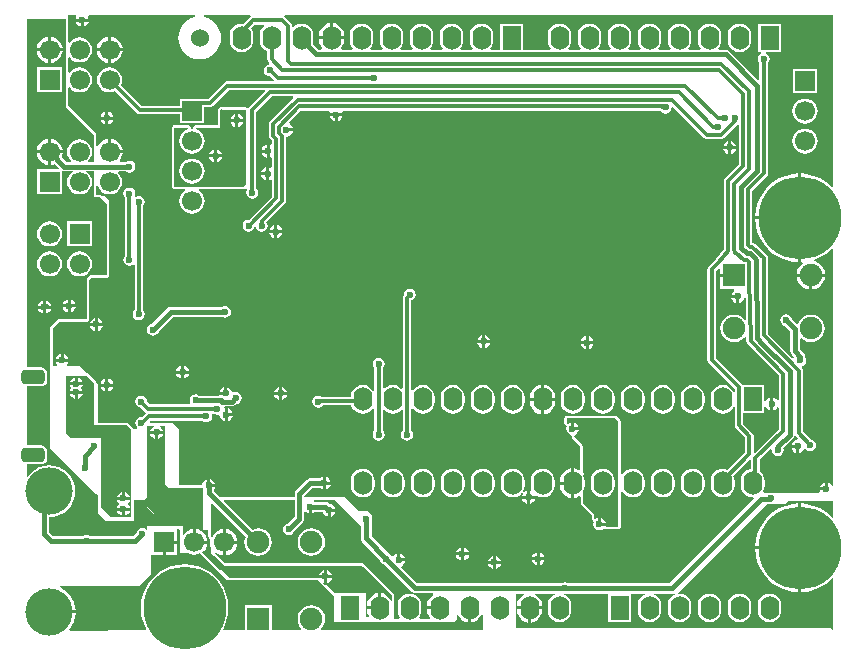
<source format=gbl>
G04*
G04 #@! TF.GenerationSoftware,Altium Limited,Altium Designer,20.0.13 (296)*
G04*
G04 Layer_Physical_Order=2*
G04 Layer_Color=16711680*
%FSLAX44Y44*%
%MOMM*%
G71*
G01*
G75*
%ADD20R,1.9000X1.9000*%
%ADD62C,1.9000*%
%ADD63R,1.9000X1.9000*%
%ADD68C,0.3000*%
%ADD69C,0.4000*%
%ADD70C,1.5240*%
%ADD71C,7.0000*%
%ADD72R,1.6000X2.0000*%
%ADD73O,1.6000X2.0000*%
%ADD74C,4.0000*%
G04:AMPARAMS|DCode=75|XSize=2mm|YSize=1.2mm|CornerRadius=0.3mm|HoleSize=0mm|Usage=FLASHONLY|Rotation=0.000|XOffset=0mm|YOffset=0mm|HoleType=Round|Shape=RoundedRectangle|*
%AMROUNDEDRECTD75*
21,1,2.0000,0.6000,0,0,0.0*
21,1,1.4000,1.2000,0,0,0.0*
1,1,0.6000,0.7000,-0.3000*
1,1,0.6000,-0.7000,-0.3000*
1,1,0.6000,-0.7000,0.3000*
1,1,0.6000,0.7000,0.3000*
%
%ADD75ROUNDEDRECTD75*%
%ADD76C,1.7000*%
%ADD77R,1.7000X1.7000*%
%ADD78R,1.7000X1.7000*%
%ADD79C,0.6000*%
G36*
X195885Y525730D02*
X195277Y525323D01*
X189798Y519844D01*
X187960Y520086D01*
X185350Y519743D01*
X182917Y518735D01*
X180828Y517132D01*
X179225Y515043D01*
X178217Y512611D01*
X177874Y510000D01*
Y506000D01*
X178217Y503390D01*
X179225Y500957D01*
X180828Y498868D01*
X182917Y497265D01*
X185350Y496257D01*
X187960Y495914D01*
X190571Y496257D01*
X193003Y497265D01*
X195092Y498868D01*
X196695Y500957D01*
X197703Y503390D01*
X198046Y506000D01*
Y510000D01*
X197703Y512611D01*
X196695Y515043D01*
X195998Y515951D01*
X199278Y519231D01*
X206878D01*
X207309Y517962D01*
X206228Y517132D01*
X204625Y515043D01*
X203617Y512611D01*
X203274Y510000D01*
Y506000D01*
X203617Y503390D01*
X204625Y500957D01*
X206228Y498868D01*
X208317Y497265D01*
X209791Y496654D01*
Y489640D01*
X210063Y488274D01*
X210837Y487117D01*
X211216Y486737D01*
X210798Y485359D01*
X210049Y485210D01*
X208395Y484105D01*
X207290Y482451D01*
X206902Y480500D01*
X207290Y478549D01*
X208395Y476895D01*
X210049Y475790D01*
X212000Y475402D01*
X212043Y475411D01*
X215115Y472339D01*
X214589Y471069D01*
X175500D01*
X174134Y470797D01*
X172977Y470023D01*
X159522Y456569D01*
X153000D01*
X152655Y456500D01*
X135500D01*
Y450569D01*
X103478D01*
X85820Y468227D01*
X86430Y469699D01*
X86791Y472440D01*
X86430Y475181D01*
X85372Y477735D01*
X83689Y479929D01*
X81495Y481612D01*
X78941Y482670D01*
X76200Y483031D01*
X73459Y482670D01*
X70905Y481612D01*
X68711Y479929D01*
X67028Y477735D01*
X65970Y475181D01*
X65609Y472440D01*
X65970Y469699D01*
X67028Y467145D01*
X68711Y464951D01*
X70905Y463268D01*
X73459Y462210D01*
X76200Y461849D01*
X78941Y462210D01*
X80922Y463031D01*
X99477Y444477D01*
X100634Y443703D01*
X102000Y443431D01*
X135500D01*
Y435500D01*
X156500D01*
Y449431D01*
X161000D01*
X162366Y449703D01*
X163523Y450477D01*
X176978Y463931D01*
X207483D01*
X207969Y462758D01*
X194477Y449266D01*
X194429Y449194D01*
X193442Y448442D01*
X192780Y448884D01*
X192000Y449039D01*
X172845D01*
X172442Y449442D01*
X171780Y449884D01*
X171000Y450039D01*
X170220Y449884D01*
X169558Y449442D01*
X169558Y449442D01*
X168558Y448442D01*
X168116Y447780D01*
X167961Y447000D01*
Y434039D01*
X149234D01*
X149037Y434000D01*
X148837D01*
X148651Y433923D01*
X148454Y433884D01*
X148287Y433772D01*
X148102Y433695D01*
X147959Y433554D01*
X147793Y433442D01*
X147681Y433275D01*
X147539Y433133D01*
X147462Y432947D01*
X147350Y432780D01*
X147311Y432583D01*
X147234Y432398D01*
X146982Y431128D01*
X146916Y431070D01*
X146000Y431191D01*
X145084Y431070D01*
X145018Y431128D01*
X144766Y432398D01*
X144689Y432583D01*
X144649Y432780D01*
X144538Y432947D01*
X144461Y433133D01*
X144319Y433275D01*
X144207Y433442D01*
X144041Y433554D01*
X143898Y433695D01*
X143713Y433772D01*
X143546Y433884D01*
X143349Y433923D01*
X143163Y434000D01*
X142963D01*
X142766Y434039D01*
X131000D01*
X130220Y433884D01*
X129558Y433442D01*
X129116Y432780D01*
X128961Y432000D01*
Y382000D01*
X129116Y381220D01*
X129558Y380558D01*
X130220Y380116D01*
X131000Y379961D01*
X139908D01*
X140339Y378691D01*
X138511Y377289D01*
X136828Y375095D01*
X135770Y372541D01*
X135409Y369800D01*
X135770Y367059D01*
X136828Y364505D01*
X138511Y362311D01*
X140705Y360628D01*
X143259Y359570D01*
X146000Y359209D01*
X148741Y359570D01*
X151295Y360628D01*
X153489Y362311D01*
X155172Y364505D01*
X156230Y367059D01*
X156591Y369800D01*
X156230Y372541D01*
X155172Y375095D01*
X153489Y377289D01*
X151661Y378691D01*
X152093Y379961D01*
X190000D01*
X190780Y380116D01*
X191299Y380463D01*
X191883Y380390D01*
X192743Y380063D01*
X192832Y379762D01*
X192290Y378951D01*
X191902Y377000D01*
X192290Y375049D01*
X193395Y373395D01*
X195049Y372290D01*
X197000Y371902D01*
X198951Y372290D01*
X200605Y373395D01*
X201710Y375049D01*
X202098Y377000D01*
X201710Y378951D01*
X200605Y380605D01*
X200569Y380629D01*
Y445265D01*
X213736Y458431D01*
X231326D01*
X231852Y457161D01*
X211976Y437286D01*
X211203Y436128D01*
X210931Y434763D01*
Y425236D01*
X211203Y423870D01*
X211976Y422712D01*
X213431Y421257D01*
Y418115D01*
X212161Y417318D01*
X211770Y417396D01*
Y412000D01*
Y406604D01*
X212161Y406682D01*
X213431Y405885D01*
Y398717D01*
X212311Y398119D01*
X212162Y398219D01*
X211270Y398396D01*
Y393000D01*
Y387604D01*
X212162Y387781D01*
X212311Y387882D01*
X213431Y387283D01*
Y373478D01*
X194043Y354089D01*
X194000Y354098D01*
X192049Y353710D01*
X190395Y352605D01*
X189290Y350951D01*
X188902Y349000D01*
X189290Y347049D01*
X190395Y345395D01*
X192049Y344290D01*
X194000Y343902D01*
X195951Y344290D01*
X197605Y345395D01*
X198710Y347049D01*
X198853Y347766D01*
X200147D01*
X200290Y347049D01*
X201395Y345395D01*
X203049Y344290D01*
X205000Y343902D01*
X206951Y344290D01*
X208605Y345395D01*
X209710Y347049D01*
X210098Y349000D01*
X209710Y350951D01*
X209053Y351935D01*
X224523Y367406D01*
X225297Y368563D01*
X225569Y369929D01*
Y423997D01*
X226000Y424351D01*
X228161Y424781D01*
X229994Y426005D01*
X231218Y427837D01*
X231395Y428729D01*
X226000D01*
Y431269D01*
X231395D01*
X231218Y432161D01*
X229994Y433993D01*
X228585Y434934D01*
X228251Y436396D01*
X238286Y446431D01*
X262283D01*
X262882Y445311D01*
X262781Y445162D01*
X262604Y444270D01*
X273396D01*
X273219Y445162D01*
X273118Y445311D01*
X273717Y446431D01*
X542703D01*
X543395Y445395D01*
X545049Y444290D01*
X547000Y443902D01*
X548951Y444290D01*
X550605Y445395D01*
X551710Y447049D01*
X552098Y449000D01*
X553271Y449611D01*
X579906Y422977D01*
X581063Y422203D01*
X582429Y421931D01*
X593692D01*
X595058Y422203D01*
X596216Y422977D01*
X607661Y434422D01*
X608931Y433896D01*
Y400578D01*
X597477Y389123D01*
X596703Y387966D01*
X596431Y386600D01*
Y329029D01*
X589349Y320345D01*
X583477Y314473D01*
X582703Y313315D01*
X582431Y311950D01*
Y235222D01*
X582703Y233856D01*
X583477Y232698D01*
X605581Y210594D01*
Y208438D01*
X604311Y208185D01*
X603985Y208973D01*
X602382Y211062D01*
X600293Y212665D01*
X597860Y213673D01*
X595250Y214016D01*
X592640Y213673D01*
X590207Y212665D01*
X588118Y211062D01*
X586515Y208973D01*
X585507Y206541D01*
X585164Y203930D01*
Y199930D01*
X585507Y197320D01*
X586515Y194887D01*
X588118Y192798D01*
X590207Y191195D01*
X592640Y190187D01*
X595250Y189844D01*
X597860Y190187D01*
X600293Y191195D01*
X602382Y192798D01*
X603985Y194887D01*
X604311Y195675D01*
X605581Y195422D01*
Y179850D01*
X605853Y178484D01*
X606627Y177327D01*
X614431Y169522D01*
Y157198D01*
X599335Y142102D01*
X597860Y142713D01*
X595250Y143056D01*
X592640Y142713D01*
X590207Y141705D01*
X588118Y140102D01*
X586515Y138013D01*
X585507Y135581D01*
X585164Y132970D01*
Y128970D01*
X585507Y126360D01*
X586515Y123927D01*
X588118Y121838D01*
X590207Y120235D01*
X592640Y119227D01*
X595250Y118884D01*
X597860Y119227D01*
X600293Y120235D01*
X602382Y121838D01*
X603985Y123927D01*
X604993Y126360D01*
X605336Y128970D01*
Y132970D01*
X604993Y135581D01*
X604382Y137055D01*
X618161Y150835D01*
X619431Y150309D01*
Y142896D01*
X618040Y142713D01*
X615607Y141705D01*
X613518Y140102D01*
X611915Y138013D01*
X610907Y135581D01*
X610564Y132970D01*
Y128970D01*
X610907Y126360D01*
X611915Y123927D01*
X613518Y121838D01*
X615607Y120235D01*
X618040Y119227D01*
X620650Y118884D01*
X621264Y118965D01*
X621825Y117825D01*
X550078Y46078D01*
X464896D01*
X463951Y46710D01*
X462000Y47098D01*
X460049Y46710D01*
X459104Y46078D01*
X336790D01*
X323263Y59605D01*
X323594Y61070D01*
X324994Y62006D01*
X326218Y63838D01*
X326396Y64730D01*
X321000D01*
Y66000D01*
X319730D01*
Y71396D01*
X318838Y71219D01*
X317006Y69994D01*
X316360Y69028D01*
X315096Y68903D01*
X314279Y69721D01*
X313655Y70655D01*
X312721Y71280D01*
X298000Y86000D01*
Y100507D01*
X298098Y101000D01*
X298000Y101493D01*
Y104000D01*
X295000Y107000D01*
X287000D01*
X275000Y119000D01*
X267197D01*
X267000Y119039D01*
X249508D01*
X249417Y119021D01*
X249324Y119031D01*
X249220Y119000D01*
X241078D01*
Y120311D01*
X247689Y126922D01*
X254132D01*
X255838Y125781D01*
X256730Y125604D01*
Y131000D01*
Y136396D01*
X255838Y136219D01*
X254132Y135078D01*
X246000D01*
X244439Y134768D01*
X243116Y133884D01*
X243116Y133884D01*
X234116Y124884D01*
X233232Y123561D01*
X232922Y122000D01*
X232922Y122000D01*
Y119039D01*
X173427D01*
X173230Y119000D01*
X169768D01*
X164461Y124307D01*
Y125705D01*
X165219Y126838D01*
X165396Y127730D01*
X160000D01*
Y129000D01*
X158730D01*
Y134396D01*
X157838Y134219D01*
X156006Y132994D01*
X154782Y131162D01*
X154359Y129039D01*
X135961D01*
X135000Y130000D01*
Y177000D01*
X130000Y182000D01*
X110810D01*
X110285Y183197D01*
X110876Y183931D01*
X154371D01*
X154395Y183895D01*
X156049Y182790D01*
X158000Y182402D01*
X159951Y182790D01*
X161605Y183895D01*
X162710Y185549D01*
X163098Y187500D01*
X162768Y189161D01*
X162870Y189378D01*
X164152Y189890D01*
X165049Y189290D01*
X167000Y188902D01*
X168130Y189127D01*
X169086Y189028D01*
X169510Y188205D01*
X169781Y186838D01*
X171006Y185006D01*
X172838Y183781D01*
X173730Y183604D01*
Y189000D01*
Y194396D01*
X173330Y194316D01*
X173124Y194415D01*
X173060Y194651D01*
X174032Y195921D01*
X179458D01*
X179458Y195921D01*
X181019Y196232D01*
X182342Y197116D01*
X183160Y197934D01*
X184951Y198290D01*
X186605Y199395D01*
X187710Y201049D01*
X188098Y203000D01*
X187710Y204951D01*
X186605Y206605D01*
X184951Y207710D01*
X183000Y208098D01*
X181049Y207710D01*
X179914Y208180D01*
X179719Y209161D01*
X178494Y210994D01*
X176662Y212218D01*
X175770Y212395D01*
Y207000D01*
X174500D01*
Y205730D01*
X168767D01*
X168233Y205078D01*
X151896D01*
X150951Y205710D01*
X149000Y206098D01*
X147049Y205710D01*
X145395Y204605D01*
X144290Y202951D01*
X143902Y201000D01*
X144290Y199049D01*
X144531Y198689D01*
X143932Y197569D01*
X110478D01*
X108089Y199957D01*
X108098Y200000D01*
X107710Y201951D01*
X106605Y203605D01*
X104951Y204710D01*
X103000Y205098D01*
X101049Y204710D01*
X99395Y203605D01*
X98290Y201951D01*
X97902Y200000D01*
X98290Y198049D01*
X99395Y196395D01*
X101049Y195290D01*
X103000Y194902D01*
X103043Y194911D01*
X106477Y191477D01*
X106548Y191429D01*
X106671Y190485D01*
X106585Y189877D01*
X103672Y186964D01*
X103000Y187098D01*
X101049Y186710D01*
X99395Y185605D01*
X98290Y183951D01*
X97902Y182000D01*
X98290Y180049D01*
X99395Y178395D01*
X99583Y178270D01*
X99197Y177000D01*
X97000D01*
X92000Y182000D01*
X91197D01*
X91000Y182039D01*
X66000D01*
Y215000D01*
X65039Y215961D01*
Y216000D01*
X65039Y216000D01*
X64884Y216780D01*
X64442Y217442D01*
X58442Y223442D01*
X57780Y223884D01*
X57000Y224039D01*
X56961D01*
X51000Y230000D01*
X40601D01*
X40171Y231270D01*
X41219Y232838D01*
X41396Y233730D01*
X30604D01*
X30781Y232838D01*
X31829Y231270D01*
X31399Y230000D01*
X28039D01*
X28039Y262039D01*
X33000Y267000D01*
X57000D01*
X59000Y269000D01*
Y269803D01*
X59039Y270000D01*
Y303039D01*
X60961Y304961D01*
X74000D01*
X74780Y305116D01*
X75442Y305558D01*
X75737Y306000D01*
X76000D01*
Y306803D01*
X76039Y307000D01*
Y367000D01*
X76000Y367197D01*
Y370000D01*
X72000Y374000D01*
X69884D01*
X69442Y374442D01*
X68780Y374884D01*
X68000Y375039D01*
X65961D01*
X65039Y375961D01*
Y382268D01*
X66309Y382521D01*
X67028Y380785D01*
X68711Y378591D01*
X70905Y376908D01*
X73459Y375850D01*
X76200Y375489D01*
X78941Y375850D01*
X81495Y376908D01*
X83689Y378591D01*
X85372Y380785D01*
X86430Y383339D01*
X86791Y386080D01*
X86430Y388821D01*
X85372Y391375D01*
X83689Y393569D01*
X83519Y393699D01*
X83927Y394902D01*
X90134D01*
X91049Y394290D01*
X93000Y393902D01*
X94951Y394290D01*
X96605Y395395D01*
X97710Y397049D01*
X98098Y399000D01*
X97710Y400951D01*
X96605Y402605D01*
X94951Y403710D01*
X93000Y404098D01*
X91049Y403710D01*
X90074Y403058D01*
X85254D01*
X84628Y404328D01*
X85843Y405912D01*
X86956Y408598D01*
X87168Y410210D01*
X76200D01*
Y411480D01*
X74930D01*
Y422448D01*
X73318Y422236D01*
X70632Y421123D01*
X68326Y419354D01*
X66557Y417048D01*
X66309Y416450D01*
X65039Y416703D01*
Y425000D01*
X65039Y425000D01*
X65000Y425197D01*
Y427000D01*
X41039Y450961D01*
Y465826D01*
X42309Y466257D01*
X43311Y464951D01*
X45505Y463268D01*
X48059Y462210D01*
X50800Y461849D01*
X53541Y462210D01*
X56095Y463268D01*
X58289Y464951D01*
X59972Y467145D01*
X61030Y469699D01*
X61391Y472440D01*
X61030Y475181D01*
X59972Y477735D01*
X58289Y479929D01*
X56095Y481612D01*
X53541Y482670D01*
X50800Y483031D01*
X48059Y482670D01*
X45505Y481612D01*
X43311Y479929D01*
X42309Y478623D01*
X41039Y479054D01*
Y491226D01*
X42309Y491657D01*
X43311Y490351D01*
X45505Y488668D01*
X48059Y487610D01*
X50800Y487249D01*
X53541Y487610D01*
X56095Y488668D01*
X58289Y490351D01*
X59972Y492545D01*
X61030Y495099D01*
X61391Y497840D01*
X61030Y500581D01*
X59972Y503135D01*
X58289Y505329D01*
X56095Y507012D01*
X53541Y508070D01*
X50800Y508431D01*
X48059Y508070D01*
X45505Y507012D01*
X43311Y505329D01*
X42309Y504023D01*
X41039Y504454D01*
Y524000D01*
X41000Y524197D01*
Y527000D01*
X42270Y527000D01*
X47482D01*
X48161Y525730D01*
X47781Y525162D01*
X47604Y524270D01*
X58396D01*
X58219Y525162D01*
X57839Y525730D01*
X58518Y527000D01*
X148740D01*
X148871Y525740D01*
X145478Y524710D01*
X142351Y523039D01*
X139611Y520789D01*
X137361Y518049D01*
X135690Y514922D01*
X134661Y511529D01*
X134313Y508000D01*
X134661Y504471D01*
X135690Y501078D01*
X137361Y497951D01*
X139611Y495210D01*
X142351Y492961D01*
X145478Y491290D01*
X148871Y490261D01*
X152400Y489913D01*
X155929Y490261D01*
X159322Y491290D01*
X162449Y492961D01*
X165189Y495210D01*
X167439Y497951D01*
X169110Y501078D01*
X170140Y504471D01*
X170487Y508000D01*
X170140Y511529D01*
X169110Y514922D01*
X167439Y518049D01*
X165189Y520789D01*
X162449Y523039D01*
X159322Y524710D01*
X155929Y525740D01*
X156060Y527000D01*
X195500D01*
X195885Y525730D01*
D02*
G37*
G36*
X172000Y447000D02*
X192000D01*
Y384000D01*
X190000Y382000D01*
X131000D01*
Y432000D01*
X142766D01*
X143018Y430730D01*
X140705Y429772D01*
X138511Y428089D01*
X136828Y425895D01*
X135770Y423341D01*
X135409Y420600D01*
X135770Y417859D01*
X136828Y415305D01*
X138511Y413111D01*
X140705Y411428D01*
X143259Y410370D01*
X146000Y410009D01*
X148741Y410370D01*
X151295Y411428D01*
X153489Y413111D01*
X155172Y415305D01*
X156230Y417859D01*
X156591Y420600D01*
X156230Y423341D01*
X155172Y425895D01*
X153489Y428089D01*
X151295Y429772D01*
X148982Y430730D01*
X149234Y432000D01*
X170000D01*
Y447000D01*
X171000Y448000D01*
X172000Y447000D01*
D02*
G37*
G36*
X39000Y449000D02*
X63000Y425000D01*
Y403058D01*
X57073D01*
X58289Y403991D01*
X59972Y406185D01*
X61030Y408739D01*
X61391Y411480D01*
X61030Y414221D01*
X59972Y416775D01*
X58289Y418969D01*
X56095Y420652D01*
X53541Y421710D01*
X50800Y422071D01*
X48059Y421710D01*
X45505Y420652D01*
X43311Y418969D01*
X41628Y416775D01*
X40570Y414221D01*
X40209Y411480D01*
X40570Y408739D01*
X41628Y406185D01*
X43311Y403991D01*
X44501Y403078D01*
X39569D01*
X35539Y407109D01*
X36156Y408598D01*
X36368Y410210D01*
X26670D01*
Y400512D01*
X28282Y400724D01*
X29771Y401341D01*
X34532Y396580D01*
X14900D01*
Y375580D01*
X35900D01*
Y395512D01*
X36319Y395232D01*
X37880Y394922D01*
X45075D01*
X43311Y393569D01*
X41628Y391375D01*
X40570Y388821D01*
X40209Y386080D01*
X40570Y383339D01*
X41628Y380785D01*
X43311Y378591D01*
X45505Y376908D01*
X48059Y375850D01*
X50800Y375489D01*
X53541Y375850D01*
X56095Y376908D01*
X58289Y378591D01*
X59972Y380785D01*
X61030Y383339D01*
X61391Y386080D01*
X61030Y388821D01*
X59972Y391375D01*
X58289Y393569D01*
X56551Y394902D01*
X63000D01*
Y373000D01*
X68000D01*
X74000Y367000D01*
Y307000D01*
X60000D01*
X57000Y304000D01*
Y270000D01*
X33000D01*
X26000Y263000D01*
X26000Y161000D01*
X65000Y122000D01*
X66000Y121000D01*
Y106000D01*
X73000Y99000D01*
X96000D01*
X97000Y100000D01*
Y117000D01*
X106000D01*
X108000Y119000D01*
Y179000D01*
X113511D01*
X112006Y177994D01*
X110781Y176162D01*
X110604Y175270D01*
X121396D01*
X121219Y176162D01*
X119994Y177994D01*
X118489Y179000D01*
X123000D01*
Y130000D01*
X126000Y127000D01*
X155000D01*
Y92000D01*
X156000Y91000D01*
X159961D01*
Y85646D01*
X160000Y85449D01*
Y85248D01*
X160077Y85062D01*
X160116Y84865D01*
X160228Y84698D01*
X160305Y84513D01*
X160446Y84370D01*
X160558Y84204D01*
X160725Y84092D01*
X160867Y83950D01*
X161000Y83895D01*
Y78000D01*
X162000Y77000D01*
Y72000D01*
X165000Y69000D01*
X165116D01*
X166000Y68116D01*
Y68000D01*
X173000Y61000D01*
X173803D01*
X174000Y60961D01*
X290155D01*
X291000Y60116D01*
Y60000D01*
X310000Y41000D01*
Y41000D01*
X310000D01*
X314961Y36039D01*
Y30412D01*
X314007Y32715D01*
X312317Y34917D01*
X310116Y36607D01*
X307551Y37669D01*
X306070Y37864D01*
Y25400D01*
X304800D01*
Y24130D01*
X294169D01*
Y23400D01*
X294531Y20649D01*
X295593Y18084D01*
X295658Y18000D01*
X293000D01*
Y38000D01*
X267000D01*
X260000Y45000D01*
X258884D01*
X257168Y46716D01*
X257730Y46604D01*
Y50730D01*
X253604D01*
X253716Y50168D01*
X253442Y50442D01*
X252780Y50884D01*
X252000Y51039D01*
X176961D01*
X171000Y57000D01*
X169884D01*
X168000Y58884D01*
Y59000D01*
X154742Y72258D01*
X155874Y73126D01*
X157643Y75432D01*
X158756Y78118D01*
X158968Y79730D01*
X148000D01*
Y81000D01*
X146730D01*
Y91968D01*
X145118Y91756D01*
X142432Y90643D01*
X140126Y88874D01*
X138357Y86568D01*
X138039Y85801D01*
Y91476D01*
X138035Y91496D01*
X138039Y91517D01*
X138000Y91693D01*
Y96000D01*
X137000Y95000D01*
X108000D01*
Y91013D01*
X107605Y91605D01*
X105951Y92710D01*
X104000Y93098D01*
X102049Y92710D01*
X100395Y91605D01*
X99290Y89951D01*
X99203Y89512D01*
X95770Y86078D01*
X59896D01*
X58951Y86710D01*
X57000Y87098D01*
X55049Y86710D01*
X54104Y86078D01*
X28689D01*
X25078Y89689D01*
Y101901D01*
X29313Y102318D01*
X33460Y103576D01*
X37282Y105619D01*
X40632Y108368D01*
X43381Y111718D01*
X45424Y115540D01*
X46682Y119687D01*
X47106Y124000D01*
X46682Y128313D01*
X45424Y132460D01*
X43381Y136282D01*
X40632Y139632D01*
X37282Y142381D01*
X33460Y144424D01*
X29313Y145682D01*
X25000Y146106D01*
X20687Y145682D01*
X16540Y144424D01*
X12718Y142381D01*
X9368Y139632D01*
X6619Y136282D01*
X6000Y135123D01*
Y146902D01*
X18250D01*
X20201Y147290D01*
X21855Y148395D01*
X22960Y150049D01*
X23348Y152000D01*
Y158000D01*
X22960Y159951D01*
X21855Y161605D01*
X20201Y162710D01*
X18250Y163098D01*
X6000D01*
Y212902D01*
X18250D01*
X20201Y213290D01*
X21855Y214395D01*
X22960Y216049D01*
X23348Y218000D01*
Y224000D01*
X22960Y225951D01*
X21855Y227605D01*
X20201Y228710D01*
X18250Y229098D01*
X6000D01*
Y524000D01*
X39000D01*
Y449000D01*
D02*
G37*
G36*
X689000Y381751D02*
X687809Y381312D01*
X687027Y382227D01*
X682534Y386064D01*
X677495Y389152D01*
X672036Y391413D01*
X666291Y392793D01*
X661670Y393156D01*
Y355600D01*
Y318044D01*
X662627Y318119D01*
X663101Y316883D01*
X661413Y315587D01*
X659483Y313072D01*
X658270Y310143D01*
X658023Y308270D01*
X670000D01*
X681977D01*
X681730Y310143D01*
X680517Y313072D01*
X678587Y315587D01*
X676072Y317517D01*
X673143Y318730D01*
X672885Y318764D01*
X672714Y320068D01*
X677495Y322048D01*
X682534Y325136D01*
X687027Y328973D01*
X687809Y329888D01*
X689000Y329449D01*
Y129278D01*
X687730Y128893D01*
X686994Y129994D01*
X685162Y131219D01*
X684270Y131396D01*
Y126000D01*
X683000D01*
Y124730D01*
X677604D01*
X677696Y124270D01*
X676930Y123000D01*
X636492D01*
X636000Y123098D01*
X635508Y123000D01*
X630117D01*
X629527Y124270D01*
X630393Y126360D01*
X630736Y128970D01*
Y132970D01*
X630393Y135581D01*
X629385Y138013D01*
X627782Y140102D01*
X626569Y141033D01*
Y150522D01*
X635746Y159700D01*
X636917Y159074D01*
X636902Y159000D01*
X637290Y157049D01*
X638395Y155395D01*
X640049Y154290D01*
X642000Y153902D01*
X643951Y154290D01*
X645605Y155395D01*
X646710Y157049D01*
X647098Y159000D01*
X646711Y160944D01*
X654884Y169116D01*
X655768Y170439D01*
X655815Y170677D01*
X655859Y170706D01*
X657163Y170945D01*
X657477Y170477D01*
X659135Y168818D01*
X658590Y167567D01*
X656838Y167219D01*
X655006Y165994D01*
X653781Y164162D01*
X653604Y163270D01*
X659000D01*
Y162000D01*
X660270D01*
Y156604D01*
X661162Y156781D01*
X662994Y158006D01*
X664096Y159655D01*
X664928Y159830D01*
X665510Y159824D01*
X665752Y159462D01*
X667406Y158357D01*
X669357Y157969D01*
X671308Y158357D01*
X672962Y159462D01*
X674067Y161116D01*
X674455Y163067D01*
X674067Y165018D01*
X672962Y166672D01*
X671308Y167777D01*
X670012Y168034D01*
X663569Y174478D01*
Y226000D01*
X663297Y227366D01*
X662523Y228523D01*
X662073Y228974D01*
X662442Y230189D01*
X662951Y230290D01*
X664605Y231395D01*
X665710Y233049D01*
X666098Y235000D01*
X665710Y236951D01*
X665078Y237896D01*
Y238000D01*
X664768Y239561D01*
X663884Y240884D01*
X663884Y240884D01*
X660578Y244189D01*
Y253412D01*
X661397Y253690D01*
X661848Y253759D01*
X664200Y251955D01*
X666998Y250796D01*
X670000Y250401D01*
X673002Y250796D01*
X675800Y251955D01*
X678202Y253798D01*
X680045Y256200D01*
X681204Y258998D01*
X681599Y262000D01*
X681204Y265002D01*
X680045Y267800D01*
X678202Y270202D01*
X675800Y272045D01*
X673002Y273204D01*
X670000Y273599D01*
X666998Y273204D01*
X664200Y272045D01*
X661798Y270202D01*
X659955Y267800D01*
X659313Y266251D01*
X657815Y265953D01*
X653932Y269836D01*
X653710Y270951D01*
X652605Y272605D01*
X650951Y273710D01*
X649000Y274098D01*
X647049Y273710D01*
X645395Y272605D01*
X644290Y270951D01*
X643902Y269000D01*
X644290Y267049D01*
X645395Y265395D01*
X647049Y264290D01*
X648164Y264068D01*
X652422Y259811D01*
Y242500D01*
X652422Y242500D01*
X652732Y240939D01*
X653616Y239616D01*
X655632Y237600D01*
X655554Y237289D01*
X654147Y236899D01*
X633569Y257478D01*
Y321506D01*
X633297Y322872D01*
X632523Y324029D01*
X623029Y333523D01*
X621872Y334297D01*
X620506Y334568D01*
X620069D01*
Y378244D01*
X632523Y390699D01*
X633297Y391856D01*
X633569Y393222D01*
Y486371D01*
X633605Y486395D01*
X634710Y488049D01*
X635098Y490000D01*
X634710Y491951D01*
X633605Y493605D01*
X631951Y494710D01*
X631850Y494730D01*
X631975Y496000D01*
X645000D01*
Y520000D01*
X625000D01*
Y496000D01*
X628025D01*
X628150Y494730D01*
X628049Y494710D01*
X626395Y493605D01*
X625290Y491951D01*
X624902Y490000D01*
X625290Y488049D01*
X626395Y486395D01*
X626431Y486371D01*
Y472996D01*
X625258Y472510D01*
X600884Y496884D01*
X599561Y497768D01*
X598000Y498078D01*
X598000Y498078D01*
X592311D01*
X591701Y499348D01*
X592935Y500957D01*
X593943Y503390D01*
X594286Y506000D01*
Y510000D01*
X593943Y512611D01*
X592935Y515043D01*
X591332Y517132D01*
X589243Y518735D01*
X586810Y519743D01*
X584200Y520086D01*
X581590Y519743D01*
X579157Y518735D01*
X577068Y517132D01*
X575465Y515043D01*
X574457Y512611D01*
X574114Y510000D01*
Y506000D01*
X574457Y503390D01*
X575465Y500957D01*
X576699Y499348D01*
X576089Y498078D01*
X566911D01*
X566301Y499348D01*
X567535Y500957D01*
X568543Y503390D01*
X568886Y506000D01*
Y510000D01*
X568543Y512611D01*
X567535Y515043D01*
X565932Y517132D01*
X563843Y518735D01*
X561410Y519743D01*
X558800Y520086D01*
X556189Y519743D01*
X553757Y518735D01*
X551668Y517132D01*
X550065Y515043D01*
X549057Y512611D01*
X548714Y510000D01*
Y506000D01*
X549057Y503390D01*
X550065Y500957D01*
X551299Y499348D01*
X550689Y498078D01*
X541511D01*
X540901Y499348D01*
X542135Y500957D01*
X543143Y503390D01*
X543486Y506000D01*
Y510000D01*
X543143Y512611D01*
X542135Y515043D01*
X540532Y517132D01*
X538443Y518735D01*
X536011Y519743D01*
X533400Y520086D01*
X530789Y519743D01*
X528357Y518735D01*
X526268Y517132D01*
X524665Y515043D01*
X523657Y512611D01*
X523314Y510000D01*
Y506000D01*
X523657Y503390D01*
X524665Y500957D01*
X525899Y499348D01*
X525289Y498078D01*
X516111D01*
X515501Y499348D01*
X516735Y500957D01*
X517743Y503390D01*
X518086Y506000D01*
Y510000D01*
X517743Y512611D01*
X516735Y515043D01*
X515132Y517132D01*
X513043Y518735D01*
X510611Y519743D01*
X508000Y520086D01*
X505390Y519743D01*
X502957Y518735D01*
X500868Y517132D01*
X499265Y515043D01*
X498257Y512611D01*
X497914Y510000D01*
Y506000D01*
X498257Y503390D01*
X499265Y500957D01*
X500499Y499348D01*
X499889Y498078D01*
X490711D01*
X490101Y499348D01*
X491335Y500957D01*
X492343Y503390D01*
X492686Y506000D01*
Y510000D01*
X492343Y512611D01*
X491335Y515043D01*
X489732Y517132D01*
X487643Y518735D01*
X485210Y519743D01*
X482600Y520086D01*
X479990Y519743D01*
X477557Y518735D01*
X475468Y517132D01*
X473865Y515043D01*
X472857Y512611D01*
X472514Y510000D01*
Y506000D01*
X472857Y503390D01*
X473865Y500957D01*
X475099Y499348D01*
X474489Y498078D01*
X465311D01*
X464701Y499348D01*
X465935Y500957D01*
X466943Y503390D01*
X467286Y506000D01*
Y510000D01*
X466943Y512611D01*
X465935Y515043D01*
X464332Y517132D01*
X462243Y518735D01*
X459810Y519743D01*
X457200Y520086D01*
X454590Y519743D01*
X452157Y518735D01*
X450068Y517132D01*
X448465Y515043D01*
X447457Y512611D01*
X447114Y510000D01*
Y506000D01*
X447457Y503390D01*
X448465Y500957D01*
X449699Y499348D01*
X449089Y498078D01*
X426560D01*
Y520000D01*
X406560D01*
Y498078D01*
X399271D01*
X398661Y499348D01*
X399895Y500957D01*
X400903Y503390D01*
X401246Y506000D01*
Y510000D01*
X400903Y512611D01*
X399895Y515043D01*
X398292Y517132D01*
X396203Y518735D01*
X393770Y519743D01*
X391160Y520086D01*
X388549Y519743D01*
X386117Y518735D01*
X384028Y517132D01*
X382425Y515043D01*
X381417Y512611D01*
X381074Y510000D01*
Y506000D01*
X381417Y503390D01*
X382425Y500957D01*
X383659Y499348D01*
X383049Y498078D01*
X373871D01*
X373261Y499348D01*
X374495Y500957D01*
X375503Y503390D01*
X375846Y506000D01*
Y510000D01*
X375503Y512611D01*
X374495Y515043D01*
X372892Y517132D01*
X370803Y518735D01*
X368371Y519743D01*
X365760Y520086D01*
X363149Y519743D01*
X360717Y518735D01*
X358628Y517132D01*
X357025Y515043D01*
X356017Y512611D01*
X355674Y510000D01*
Y506000D01*
X356017Y503390D01*
X357025Y500957D01*
X358259Y499348D01*
X357649Y498078D01*
X348471D01*
X347861Y499348D01*
X349095Y500957D01*
X350103Y503390D01*
X350446Y506000D01*
Y510000D01*
X350103Y512611D01*
X349095Y515043D01*
X347492Y517132D01*
X345403Y518735D01*
X342971Y519743D01*
X340360Y520086D01*
X337749Y519743D01*
X335317Y518735D01*
X333228Y517132D01*
X331625Y515043D01*
X330617Y512611D01*
X330274Y510000D01*
Y506000D01*
X330617Y503390D01*
X331625Y500957D01*
X332859Y499348D01*
X332249Y498078D01*
X323071D01*
X322461Y499348D01*
X323695Y500957D01*
X324703Y503390D01*
X325046Y506000D01*
Y510000D01*
X324703Y512611D01*
X323695Y515043D01*
X322092Y517132D01*
X320003Y518735D01*
X317570Y519743D01*
X314960Y520086D01*
X312349Y519743D01*
X309917Y518735D01*
X307828Y517132D01*
X306225Y515043D01*
X305217Y512611D01*
X304874Y510000D01*
Y506000D01*
X305217Y503390D01*
X306225Y500957D01*
X307459Y499348D01*
X306849Y498078D01*
X297671D01*
X297061Y499348D01*
X298295Y500957D01*
X299303Y503390D01*
X299646Y506000D01*
Y510000D01*
X299303Y512611D01*
X298295Y515043D01*
X296692Y517132D01*
X294603Y518735D01*
X292171Y519743D01*
X289560Y520086D01*
X286950Y519743D01*
X284517Y518735D01*
X282428Y517132D01*
X280825Y515043D01*
X279817Y512611D01*
X279474Y510000D01*
Y506000D01*
X279817Y503390D01*
X280825Y500957D01*
X282059Y499348D01*
X281449Y498078D01*
X272968D01*
X272341Y499348D01*
X273367Y500685D01*
X274429Y503248D01*
X274791Y506000D01*
Y506730D01*
X264160D01*
X253529D01*
Y506000D01*
X253891Y503248D01*
X254953Y500685D01*
X255979Y499348D01*
X255352Y498078D01*
X252449D01*
X248103Y502425D01*
X248503Y503390D01*
X248846Y506000D01*
Y510000D01*
X248503Y512611D01*
X247495Y515043D01*
X245892Y517132D01*
X243803Y518735D01*
X241371Y519743D01*
X238760Y520086D01*
X236150Y519743D01*
X233717Y518735D01*
X231839Y517294D01*
X230569Y517644D01*
Y518000D01*
X230297Y519366D01*
X229523Y520523D01*
X224723Y525323D01*
X224115Y525730D01*
X224500Y527000D01*
X689000D01*
Y381751D01*
D02*
G37*
G36*
X592960Y312204D02*
Y308270D01*
X605000D01*
Y305730D01*
X592960D01*
Y294960D01*
X604662D01*
X605047Y293690D01*
X604006Y292994D01*
X602781Y291162D01*
X602604Y290270D01*
X608000D01*
Y289000D01*
X609270D01*
Y283604D01*
X610162Y283781D01*
X611994Y285006D01*
X613219Y286838D01*
X613472Y288111D01*
X614744Y287997D01*
X615083Y269836D01*
X613821Y269395D01*
X613202Y270202D01*
X610800Y272045D01*
X608002Y273204D01*
X605000Y273599D01*
X601998Y273204D01*
X599200Y272045D01*
X596798Y270202D01*
X594955Y267800D01*
X593796Y265002D01*
X593401Y262000D01*
X593796Y258998D01*
X594955Y256200D01*
X596798Y253798D01*
X599200Y251955D01*
X601998Y250796D01*
X605000Y250401D01*
X608002Y250796D01*
X610800Y251955D01*
X613202Y253798D01*
X614091Y254957D01*
X615369Y254536D01*
X615432Y251155D01*
X615574Y250507D01*
X615703Y249856D01*
X615722Y249828D01*
X615729Y249795D01*
X616108Y249250D01*
X616477Y248699D01*
X617337Y247838D01*
X642931Y222244D01*
Y201381D01*
X641661Y200995D01*
X640994Y201994D01*
X639162Y203219D01*
X638270Y203396D01*
Y198000D01*
Y192604D01*
X639162Y192782D01*
X640994Y194006D01*
X641661Y195005D01*
X642931Y194619D01*
Y176978D01*
X622839Y156885D01*
X621569Y157411D01*
Y171000D01*
X621297Y172366D01*
X620523Y173523D01*
X612719Y181328D01*
Y189930D01*
X630650D01*
Y195420D01*
X630985Y195544D01*
X631920Y195631D01*
X633006Y194006D01*
X634838Y192782D01*
X635730Y192604D01*
Y198000D01*
Y203396D01*
X634838Y203219D01*
X633006Y201994D01*
X631920Y200369D01*
X630985Y200456D01*
X630650Y200580D01*
Y213930D01*
X612118D01*
X611673Y214595D01*
X589569Y236700D01*
Y310472D01*
X591787Y312690D01*
X592960Y312204D01*
D02*
G37*
G36*
X288922Y95078D02*
Y84101D01*
X288922Y84101D01*
X289232Y82540D01*
X290000Y81390D01*
Y81000D01*
X305201Y65799D01*
X305340Y65099D01*
X306446Y63446D01*
X308099Y62340D01*
X308799Y62201D01*
X332000Y39000D01*
X332391D01*
X333540Y38232D01*
X335101Y37922D01*
X350140D01*
X350393Y36652D01*
X350285Y36607D01*
X348083Y34917D01*
X346393Y32715D01*
X345331Y30152D01*
X344969Y27400D01*
Y26670D01*
X355600D01*
Y24130D01*
X344969D01*
Y23400D01*
X345331Y20649D01*
X346393Y18084D01*
X347119Y17139D01*
X346557Y16000D01*
X338727D01*
X338101Y17270D01*
X338935Y18357D01*
X339943Y20789D01*
X340286Y23400D01*
Y27400D01*
X339943Y30010D01*
X338935Y32443D01*
X337332Y34532D01*
X335243Y36135D01*
X332811Y37143D01*
X330200Y37486D01*
X327589Y37143D01*
X325157Y36135D01*
X323068Y34532D01*
X321465Y32443D01*
X320457Y30010D01*
X320114Y27400D01*
Y23400D01*
X320457Y20789D01*
X321465Y18357D01*
X322299Y17270D01*
X321673Y16000D01*
X317000D01*
Y37000D01*
X291000Y63000D01*
X174000D01*
X165305Y71695D01*
X166144Y72652D01*
X167832Y71357D01*
X170518Y70244D01*
X172130Y70032D01*
Y81000D01*
Y91968D01*
X170518Y91756D01*
X167832Y90643D01*
X165526Y88874D01*
X163757Y86568D01*
X163270Y85393D01*
X162000Y85646D01*
Y113573D01*
X163173Y114059D01*
X191509Y85723D01*
X190796Y84002D01*
X190401Y81000D01*
X190796Y77998D01*
X191955Y75200D01*
X193798Y72798D01*
X196200Y70955D01*
X198998Y69796D01*
X202000Y69401D01*
X205002Y69796D01*
X207800Y70955D01*
X210202Y72798D01*
X212045Y75200D01*
X213204Y77998D01*
X213599Y81000D01*
X213204Y84002D01*
X212045Y86800D01*
X210202Y89202D01*
X207800Y91045D01*
X205002Y92204D01*
X202000Y92599D01*
X198998Y92204D01*
X197277Y91491D01*
X172941Y115827D01*
X173427Y117000D01*
X232922D01*
Y102689D01*
X227164Y96932D01*
X226049Y96710D01*
X224395Y95605D01*
X223290Y93951D01*
X222902Y92000D01*
X223290Y90049D01*
X224395Y88395D01*
X226049Y87290D01*
X228000Y86902D01*
X229951Y87290D01*
X231605Y88395D01*
X232710Y90049D01*
X232932Y91164D01*
X239884Y98116D01*
X239884Y98116D01*
X240768Y99439D01*
X241078Y101000D01*
X241078Y101000D01*
Y106282D01*
X242348Y106777D01*
X243838Y105781D01*
X244730Y105604D01*
Y111000D01*
X247270D01*
Y105604D01*
X248162Y105781D01*
X249868Y106922D01*
X256566D01*
X256782Y105838D01*
X258006Y104006D01*
X259838Y102781D01*
X260730Y102604D01*
Y108000D01*
X262000D01*
Y109270D01*
X267396D01*
X267219Y110162D01*
X265994Y111994D01*
X264162Y113219D01*
X262149Y113619D01*
X261884Y113884D01*
X260561Y114768D01*
X259000Y115078D01*
X259000Y115078D01*
X249876D01*
X249131Y115791D01*
X249508Y117000D01*
X267000D01*
X288922Y95078D01*
D02*
G37*
G36*
X63000Y216000D02*
Y180000D01*
X91000D01*
X94000Y177000D01*
Y102000D01*
X77000D01*
X69000Y110000D01*
Y169000D01*
X43000D01*
X39000Y173000D01*
Y222000D01*
X57000D01*
X63000Y216000D01*
D02*
G37*
G36*
X689000Y100517D02*
X687027Y102827D01*
X682534Y106664D01*
X677495Y109752D01*
X672036Y112013D01*
X666291Y113392D01*
X661670Y113756D01*
Y76200D01*
Y38644D01*
X666291Y39007D01*
X672036Y40387D01*
X677495Y42648D01*
X682534Y45736D01*
X687027Y49573D01*
X689000Y51883D01*
Y6000D01*
X687000Y8000D01*
X420000D01*
Y37000D01*
X427434D01*
X426484Y36607D01*
X424283Y34917D01*
X422593Y32715D01*
X421531Y30152D01*
X421169Y27400D01*
Y26670D01*
X431800D01*
Y25400D01*
D01*
Y26670D01*
X442431D01*
Y27400D01*
X442069Y30152D01*
X441007Y32715D01*
X439317Y34917D01*
X437116Y36607D01*
X436166Y37000D01*
X454245D01*
X452157Y36135D01*
X450068Y34532D01*
X448465Y32443D01*
X447457Y30010D01*
X447114Y27400D01*
Y23400D01*
X447457Y20789D01*
X448465Y18357D01*
X450068Y16268D01*
X452157Y14665D01*
X454590Y13657D01*
X457200Y13314D01*
X459810Y13657D01*
X462243Y14665D01*
X464332Y16268D01*
X465935Y18357D01*
X466943Y20789D01*
X467286Y23400D01*
Y27400D01*
X466943Y30010D01*
X465935Y32443D01*
X464332Y34532D01*
X462243Y36135D01*
X460155Y37000D01*
X461507D01*
X462000Y36902D01*
X462492Y37000D01*
X498000D01*
Y13400D01*
X518000D01*
Y37000D01*
X530445D01*
X528357Y36135D01*
X526268Y34532D01*
X524665Y32443D01*
X523657Y30010D01*
X523314Y27400D01*
Y23400D01*
X523657Y20789D01*
X524665Y18357D01*
X526268Y16268D01*
X528357Y14665D01*
X530789Y13657D01*
X533400Y13314D01*
X536011Y13657D01*
X538443Y14665D01*
X540532Y16268D01*
X542135Y18357D01*
X543143Y20789D01*
X543486Y23400D01*
Y27400D01*
X543143Y30010D01*
X542135Y32443D01*
X540532Y34532D01*
X538443Y36135D01*
X536355Y37000D01*
X555845D01*
X553757Y36135D01*
X551668Y34532D01*
X550065Y32443D01*
X549057Y30010D01*
X548714Y27400D01*
Y23400D01*
X549057Y20789D01*
X550065Y18357D01*
X551668Y16268D01*
X553757Y14665D01*
X556189Y13657D01*
X558800Y13314D01*
X561410Y13657D01*
X563843Y14665D01*
X565932Y16268D01*
X567535Y18357D01*
X568543Y20789D01*
X568886Y23400D01*
Y27400D01*
X568543Y30010D01*
X567535Y32443D01*
X565932Y34532D01*
X563843Y36135D01*
X561410Y37143D01*
X558800Y37486D01*
X557287Y37287D01*
X633000Y113000D01*
X635508D01*
X636000Y112902D01*
X636493Y113000D01*
X648000D01*
X651000Y116000D01*
X689000D01*
Y100517D01*
D02*
G37*
G36*
X136000Y91476D02*
Y72000D01*
X142481D01*
X142705Y71828D01*
X145259Y70770D01*
X148000Y70409D01*
X150741Y70770D01*
X152501Y71499D01*
X175000Y49000D01*
X252000D01*
X266000Y35000D01*
X266000Y13000D01*
X368000D01*
X370000Y15000D01*
Y19095D01*
X371270Y19348D01*
X371793Y18084D01*
X373483Y15883D01*
X375685Y14193D01*
X378248Y13131D01*
X379730Y12936D01*
Y25400D01*
X382270D01*
Y12936D01*
X383751Y13131D01*
X386315Y14193D01*
X388517Y15883D01*
X390207Y18084D01*
X390730Y19348D01*
X392000Y19095D01*
Y7000D01*
X255595Y6646D01*
X255488Y6959D01*
X255292Y7915D01*
X257045Y10200D01*
X258204Y12998D01*
X258599Y16000D01*
X258204Y19002D01*
X257045Y21800D01*
X255202Y24202D01*
X252800Y26045D01*
X250002Y27204D01*
X247000Y27599D01*
X243998Y27204D01*
X241200Y26045D01*
X238798Y24202D01*
X236955Y21800D01*
X235796Y19002D01*
X235401Y16000D01*
X235796Y12998D01*
X236955Y10200D01*
X238741Y7872D01*
X238658Y7383D01*
X238393Y6601D01*
X214399Y6539D01*
X213500Y7436D01*
Y27500D01*
X190500D01*
Y6477D01*
X172771Y6431D01*
X172149Y7538D01*
X172769Y8550D01*
X174998Y13931D01*
X176357Y19594D01*
X176814Y25400D01*
X176357Y31206D01*
X174998Y36869D01*
X172769Y42250D01*
X169726Y47215D01*
X165944Y51644D01*
X161515Y55426D01*
X156550Y58469D01*
X151169Y60698D01*
X145506Y62057D01*
X139700Y62514D01*
X133894Y62057D01*
X128231Y60698D01*
X122850Y58469D01*
X117885Y55426D01*
X113456Y51644D01*
X109674Y47215D01*
X106631Y42250D01*
X104402Y36869D01*
X103042Y31206D01*
X102586Y25400D01*
X103042Y19594D01*
X104402Y13931D01*
X106631Y8550D01*
X107355Y7368D01*
X106736Y6259D01*
X42590Y6092D01*
X42045Y7240D01*
X43832Y9417D01*
X45925Y13333D01*
X47214Y17581D01*
X47524Y20730D01*
X25000D01*
Y23270D01*
X47524D01*
X47214Y26419D01*
X45925Y30667D01*
X43832Y34583D01*
X41015Y38015D01*
X37583Y40832D01*
X34032Y42730D01*
X34350Y44000D01*
X101000D01*
X111000Y54000D01*
Y68922D01*
X111560Y69960D01*
X112270Y69960D01*
X121330D01*
Y81000D01*
X122600D01*
Y82270D01*
X133640D01*
Y91730D01*
X133640Y92040D01*
X133959Y92449D01*
X134936Y92498D01*
X136000Y91476D01*
D02*
G37*
%LPC*%
G36*
X58396Y521730D02*
X54270D01*
Y517604D01*
X55162Y517781D01*
X56994Y519006D01*
X58219Y520838D01*
X58396Y521730D01*
D02*
G37*
G36*
X51730D02*
X47604D01*
X47781Y520838D01*
X49006Y519006D01*
X50838Y517781D01*
X51730Y517604D01*
Y521730D01*
D02*
G37*
G36*
X77470Y508808D02*
Y499110D01*
X87168D01*
X86956Y500722D01*
X85843Y503408D01*
X84074Y505714D01*
X81768Y507483D01*
X79082Y508596D01*
X77470Y508808D01*
D02*
G37*
G36*
X74930D02*
X73318Y508596D01*
X70632Y507483D01*
X68326Y505714D01*
X66557Y503408D01*
X65444Y500722D01*
X65232Y499110D01*
X74930D01*
Y508808D01*
D02*
G37*
G36*
X87168Y496570D02*
X77470D01*
Y486872D01*
X79082Y487084D01*
X81768Y488197D01*
X84074Y489966D01*
X85843Y492272D01*
X86956Y494958D01*
X87168Y496570D01*
D02*
G37*
G36*
X74930D02*
X65232D01*
X65444Y494958D01*
X66557Y492272D01*
X68326Y489966D01*
X70632Y488197D01*
X73318Y487084D01*
X74930Y486872D01*
Y496570D01*
D02*
G37*
G36*
X75270Y445396D02*
Y441270D01*
X79396D01*
X79219Y442162D01*
X77994Y443994D01*
X76162Y445219D01*
X75270Y445396D01*
D02*
G37*
G36*
X72730D02*
X71838Y445219D01*
X70006Y443994D01*
X68781Y442162D01*
X68604Y441270D01*
X72730D01*
Y445396D01*
D02*
G37*
G36*
X273396Y441730D02*
X269270D01*
Y437604D01*
X270162Y437781D01*
X271994Y439006D01*
X273219Y440838D01*
X273396Y441730D01*
D02*
G37*
G36*
X266730D02*
X262604D01*
X262781Y440838D01*
X264006Y439006D01*
X265838Y437781D01*
X266730Y437604D01*
Y441730D01*
D02*
G37*
G36*
X79396Y438730D02*
X75270D01*
Y434604D01*
X76162Y434781D01*
X77994Y436006D01*
X79219Y437838D01*
X79396Y438730D01*
D02*
G37*
G36*
X72730D02*
X68604D01*
X68781Y437838D01*
X70006Y436006D01*
X71838Y434781D01*
X72730Y434604D01*
Y438730D01*
D02*
G37*
G36*
X602520Y420646D02*
Y416520D01*
X606646D01*
X606469Y417412D01*
X605244Y419244D01*
X603412Y420469D01*
X602520Y420646D01*
D02*
G37*
G36*
X599980D02*
X599088Y420469D01*
X597256Y419244D01*
X596031Y417412D01*
X595854Y416520D01*
X599980D01*
Y420646D01*
D02*
G37*
G36*
X209230Y417396D02*
X208338Y417219D01*
X206506Y415994D01*
X205282Y414162D01*
X205104Y413270D01*
X209230D01*
Y417396D01*
D02*
G37*
G36*
X77470Y422448D02*
Y412750D01*
X87168D01*
X86956Y414362D01*
X85843Y417048D01*
X84074Y419354D01*
X81768Y421123D01*
X79082Y422236D01*
X77470Y422448D01*
D02*
G37*
G36*
X606646Y413980D02*
X602520D01*
Y409854D01*
X603412Y410032D01*
X605244Y411256D01*
X606469Y413088D01*
X606646Y413980D01*
D02*
G37*
G36*
X599980D02*
X595854D01*
X596031Y413088D01*
X597256Y411256D01*
X599088Y410032D01*
X599980Y409854D01*
Y413980D01*
D02*
G37*
G36*
X209230Y410730D02*
X205104D01*
X205282Y409838D01*
X206506Y408006D01*
X208338Y406781D01*
X209230Y406604D01*
Y410730D01*
D02*
G37*
G36*
X208730Y398396D02*
X207838Y398219D01*
X206006Y396994D01*
X204781Y395162D01*
X204604Y394270D01*
X208730D01*
Y398396D01*
D02*
G37*
G36*
Y391730D02*
X204604D01*
X204781Y390838D01*
X206006Y389006D01*
X207838Y387781D01*
X208730Y387604D01*
Y391730D01*
D02*
G37*
G36*
X218270Y349396D02*
Y345270D01*
X222396D01*
X222219Y346162D01*
X220994Y347994D01*
X219162Y349219D01*
X218270Y349396D01*
D02*
G37*
G36*
X215730D02*
X214838Y349219D01*
X213006Y347994D01*
X211781Y346162D01*
X211604Y345270D01*
X215730D01*
Y349396D01*
D02*
G37*
G36*
X222396Y342730D02*
X218270D01*
Y338604D01*
X219162Y338781D01*
X220994Y340006D01*
X222219Y341838D01*
X222396Y342730D01*
D02*
G37*
G36*
X215730D02*
X211604D01*
X211781Y341838D01*
X213006Y340006D01*
X214838Y338781D01*
X215730Y338604D01*
Y342730D01*
D02*
G37*
G36*
X174000Y281098D02*
X172049Y280710D01*
X171103Y280078D01*
X128000D01*
X126439Y279768D01*
X125116Y278883D01*
X125116Y278883D01*
X112164Y265932D01*
X111049Y265710D01*
X109395Y264605D01*
X108290Y262951D01*
X107902Y261000D01*
X108290Y259049D01*
X109395Y257395D01*
X111049Y256290D01*
X113000Y255902D01*
X114951Y256290D01*
X116605Y257395D01*
X117710Y259049D01*
X117932Y260164D01*
X129689Y271921D01*
X171105D01*
X172049Y271290D01*
X174000Y270902D01*
X175951Y271290D01*
X177605Y272395D01*
X178710Y274049D01*
X179098Y276000D01*
X178710Y277951D01*
X177605Y279605D01*
X175951Y280710D01*
X174000Y281098D01*
D02*
G37*
G36*
X93000Y381098D02*
X91049Y380710D01*
X89395Y379605D01*
X88290Y377951D01*
X87902Y376000D01*
X88290Y374049D01*
X89395Y372395D01*
X89431Y372371D01*
Y323629D01*
X89395Y323605D01*
X88290Y321951D01*
X87902Y320000D01*
X88290Y318049D01*
X89395Y316395D01*
X91049Y315290D01*
X93000Y314902D01*
X94951Y315290D01*
X96079Y316044D01*
X97349Y315398D01*
Y277532D01*
X97231Y277453D01*
X96126Y275799D01*
X95738Y273848D01*
X96126Y271897D01*
X97231Y270243D01*
X98885Y269138D01*
X100836Y268750D01*
X102787Y269138D01*
X104441Y270243D01*
X105546Y271897D01*
X105934Y273848D01*
X105546Y275799D01*
X104487Y277384D01*
Y365316D01*
X104605Y365395D01*
X105710Y367049D01*
X106098Y369000D01*
X105710Y370951D01*
X104605Y372605D01*
X102951Y373710D01*
X101000Y374098D01*
X99049Y373710D01*
X98806Y373548D01*
X98669Y373610D01*
X97777Y374388D01*
X98098Y376000D01*
X97710Y377951D01*
X96605Y379605D01*
X94951Y380710D01*
X93000Y381098D01*
D02*
G37*
G36*
X66270Y270795D02*
Y266669D01*
X70396D01*
X70219Y267561D01*
X68994Y269393D01*
X67162Y270618D01*
X66270Y270795D01*
D02*
G37*
G36*
X63730D02*
X62838Y270618D01*
X61006Y269393D01*
X59781Y267561D01*
X59604Y266669D01*
X63730D01*
Y270795D01*
D02*
G37*
G36*
X70396Y264129D02*
X66270D01*
Y260003D01*
X67162Y260180D01*
X68994Y261405D01*
X70219Y263237D01*
X70396Y264129D01*
D02*
G37*
G36*
X63730D02*
X59604D01*
X59781Y263237D01*
X61006Y261405D01*
X62838Y260180D01*
X63730Y260003D01*
Y264129D01*
D02*
G37*
G36*
X394270Y256396D02*
Y252270D01*
X398396D01*
X398219Y253162D01*
X396994Y254994D01*
X395162Y256219D01*
X394270Y256396D01*
D02*
G37*
G36*
X391730D02*
X390838Y256219D01*
X389006Y254994D01*
X387781Y253162D01*
X387604Y252270D01*
X391730D01*
Y256396D01*
D02*
G37*
G36*
X481770Y255396D02*
Y251270D01*
X485896D01*
X485719Y252162D01*
X484494Y253994D01*
X482662Y255219D01*
X481770Y255396D01*
D02*
G37*
G36*
X479230D02*
X478338Y255219D01*
X476506Y253994D01*
X475281Y252162D01*
X475104Y251270D01*
X479230D01*
Y255396D01*
D02*
G37*
G36*
X398396Y249730D02*
X394270D01*
Y245604D01*
X395162Y245781D01*
X396994Y247006D01*
X398219Y248838D01*
X398396Y249730D01*
D02*
G37*
G36*
X391730D02*
X387604D01*
X387781Y248838D01*
X389006Y247006D01*
X390838Y245781D01*
X391730Y245604D01*
Y249730D01*
D02*
G37*
G36*
X485896Y248730D02*
X481770D01*
Y244604D01*
X482662Y244781D01*
X484494Y246006D01*
X485719Y247838D01*
X485896Y248730D01*
D02*
G37*
G36*
X479230D02*
X475104D01*
X475281Y247838D01*
X476506Y246006D01*
X478338Y244781D01*
X479230Y244604D01*
Y248730D01*
D02*
G37*
G36*
X37270Y240396D02*
Y236270D01*
X41396D01*
X41219Y237162D01*
X39994Y238994D01*
X38162Y240219D01*
X37270Y240396D01*
D02*
G37*
G36*
X34730D02*
X33838Y240219D01*
X32006Y238994D01*
X30781Y237162D01*
X30604Y236270D01*
X34730D01*
Y240396D01*
D02*
G37*
G36*
X139270Y230396D02*
Y226270D01*
X143396D01*
X143219Y227162D01*
X141994Y228994D01*
X140162Y230219D01*
X139270Y230396D01*
D02*
G37*
G36*
X136730D02*
X135838Y230219D01*
X134006Y228994D01*
X132781Y227162D01*
X132604Y226270D01*
X136730D01*
Y230396D01*
D02*
G37*
G36*
X143396Y223730D02*
X139270D01*
Y219604D01*
X140162Y219781D01*
X141994Y221006D01*
X143219Y222838D01*
X143396Y223730D01*
D02*
G37*
G36*
X136730D02*
X132604D01*
X132781Y222838D01*
X134006Y221006D01*
X135838Y219781D01*
X136730Y219604D01*
Y223730D01*
D02*
G37*
G36*
X75270Y219396D02*
Y215270D01*
X79396D01*
X79219Y216162D01*
X77994Y217994D01*
X76162Y219219D01*
X75270Y219396D01*
D02*
G37*
G36*
X72730D02*
X71838Y219219D01*
X70006Y217994D01*
X68781Y216162D01*
X68604Y215270D01*
X72730D01*
Y219396D01*
D02*
G37*
G36*
X330439Y295659D02*
X328488Y295271D01*
X326834Y294165D01*
X325729Y292512D01*
X325341Y290561D01*
X325378Y290376D01*
X324703Y289366D01*
X324431Y288000D01*
Y211149D01*
X323229Y210741D01*
X322982Y211062D01*
X320893Y212665D01*
X318461Y213673D01*
X315850Y214016D01*
X313239Y213673D01*
X310807Y212665D01*
X308839Y211155D01*
X307828Y211364D01*
X307569Y211452D01*
Y228371D01*
X307605Y228395D01*
X308710Y230049D01*
X309098Y232000D01*
X308710Y233951D01*
X307605Y235605D01*
X305951Y236710D01*
X304000Y237098D01*
X302049Y236710D01*
X300395Y235605D01*
X299290Y233951D01*
X298902Y232000D01*
X299290Y230049D01*
X300395Y228395D01*
X300431Y228371D01*
Y209283D01*
X299261Y208992D01*
X299161Y209004D01*
X297582Y211062D01*
X295493Y212665D01*
X293060Y213673D01*
X290450Y214016D01*
X287840Y213673D01*
X285407Y212665D01*
X283318Y211062D01*
X281715Y208973D01*
X280707Y206541D01*
X280392Y204143D01*
X255800D01*
X254951Y204710D01*
X253000Y205098D01*
X251049Y204710D01*
X249395Y203605D01*
X248290Y201951D01*
X247902Y200000D01*
X248290Y198049D01*
X249395Y196395D01*
X251049Y195290D01*
X253000Y194902D01*
X254951Y195290D01*
X256605Y196395D01*
X257013Y197005D01*
X280837D01*
X281715Y194887D01*
X283318Y192798D01*
X285407Y191195D01*
X287840Y190187D01*
X290450Y189844D01*
X293060Y190187D01*
X295493Y191195D01*
X297582Y192798D01*
X299161Y194856D01*
X299261Y194868D01*
X300431Y194577D01*
Y175629D01*
X300395Y175605D01*
X299290Y173951D01*
X298902Y172000D01*
X299290Y170049D01*
X300395Y168395D01*
X302049Y167290D01*
X304000Y166902D01*
X305951Y167290D01*
X307605Y168395D01*
X308710Y170049D01*
X309098Y172000D01*
X308710Y173951D01*
X307605Y175605D01*
X307569Y175629D01*
Y192408D01*
X307828Y192496D01*
X308839Y192705D01*
X310807Y191195D01*
X313239Y190187D01*
X315850Y189844D01*
X318461Y190187D01*
X320893Y191195D01*
X322982Y192798D01*
X323229Y193120D01*
X324431Y192711D01*
Y175629D01*
X324395Y175605D01*
X323290Y173951D01*
X322902Y172000D01*
X323290Y170049D01*
X324395Y168395D01*
X326049Y167290D01*
X328000Y166902D01*
X329951Y167290D01*
X331605Y168395D01*
X332710Y170049D01*
X333098Y172000D01*
X332710Y173951D01*
X331605Y175605D01*
X331569Y175629D01*
Y194034D01*
X332839Y194465D01*
X334118Y192798D01*
X336207Y191195D01*
X338639Y190187D01*
X341250Y189844D01*
X343861Y190187D01*
X346293Y191195D01*
X348382Y192798D01*
X349985Y194887D01*
X350993Y197320D01*
X351336Y199930D01*
Y203930D01*
X350993Y206541D01*
X349985Y208973D01*
X348382Y211062D01*
X346293Y212665D01*
X343861Y213673D01*
X341250Y214016D01*
X338639Y213673D01*
X336207Y212665D01*
X334118Y211062D01*
X332839Y209395D01*
X331569Y209826D01*
Y285687D01*
X332390Y285851D01*
X334044Y286956D01*
X335149Y288610D01*
X335537Y290561D01*
X335149Y292512D01*
X334044Y294165D01*
X332390Y295271D01*
X330439Y295659D01*
D02*
G37*
G36*
X79396Y212730D02*
X75270D01*
Y208604D01*
X76162Y208781D01*
X77994Y210006D01*
X79219Y211838D01*
X79396Y212730D01*
D02*
G37*
G36*
X72730D02*
X68604D01*
X68781Y211838D01*
X70006Y210006D01*
X71838Y208781D01*
X72730Y208604D01*
Y212730D01*
D02*
G37*
G36*
X222270Y212396D02*
Y208270D01*
X226396D01*
X226218Y209162D01*
X224994Y210994D01*
X223162Y212218D01*
X222270Y212396D01*
D02*
G37*
G36*
X219730D02*
X218838Y212218D01*
X217006Y210994D01*
X215781Y209162D01*
X215604Y208270D01*
X219730D01*
Y212396D01*
D02*
G37*
G36*
X173230Y212395D02*
X172339Y212218D01*
X170506Y210994D01*
X169282Y209161D01*
X169104Y208270D01*
X173230D01*
Y212395D01*
D02*
G37*
G36*
X444120Y214394D02*
Y203200D01*
X453481D01*
Y203930D01*
X453119Y206681D01*
X452057Y209245D01*
X450367Y211447D01*
X448165Y213137D01*
X445602Y214199D01*
X444120Y214394D01*
D02*
G37*
G36*
X441580Y214394D02*
X440098Y214199D01*
X437534Y213137D01*
X435333Y211447D01*
X433643Y209245D01*
X432581Y206681D01*
X432219Y203930D01*
Y203200D01*
X441580D01*
Y214394D01*
D02*
G37*
G36*
X226396Y205730D02*
X222270D01*
Y201604D01*
X223162Y201781D01*
X224994Y203006D01*
X226218Y204838D01*
X226396Y205730D01*
D02*
G37*
G36*
X219730D02*
X215604D01*
X215781Y204838D01*
X217006Y203006D01*
X218838Y201781D01*
X219730Y201604D01*
Y205730D01*
D02*
G37*
G36*
X176270Y194396D02*
Y190270D01*
X180396D01*
X180219Y191162D01*
X178994Y192994D01*
X177162Y194219D01*
X176270Y194396D01*
D02*
G37*
G36*
X569850Y214016D02*
X567239Y213673D01*
X564807Y212665D01*
X562718Y211062D01*
X561115Y208973D01*
X560107Y206541D01*
X559764Y203930D01*
Y199930D01*
X560107Y197320D01*
X561115Y194887D01*
X562718Y192798D01*
X564807Y191195D01*
X567239Y190187D01*
X569850Y189844D01*
X572461Y190187D01*
X574893Y191195D01*
X576982Y192798D01*
X578585Y194887D01*
X579593Y197320D01*
X579936Y199930D01*
Y203930D01*
X579593Y206541D01*
X578585Y208973D01*
X576982Y211062D01*
X574893Y212665D01*
X572461Y213673D01*
X569850Y214016D01*
D02*
G37*
G36*
X544450D02*
X541839Y213673D01*
X539407Y212665D01*
X537318Y211062D01*
X535715Y208973D01*
X534707Y206541D01*
X534364Y203930D01*
Y199930D01*
X534707Y197320D01*
X535715Y194887D01*
X537318Y192798D01*
X539407Y191195D01*
X541839Y190187D01*
X544450Y189844D01*
X547061Y190187D01*
X549493Y191195D01*
X551582Y192798D01*
X553185Y194887D01*
X554193Y197320D01*
X554536Y199930D01*
Y203930D01*
X554193Y206541D01*
X553185Y208973D01*
X551582Y211062D01*
X549493Y212665D01*
X547061Y213673D01*
X544450Y214016D01*
D02*
G37*
G36*
X519050D02*
X516440Y213673D01*
X514007Y212665D01*
X511918Y211062D01*
X510315Y208973D01*
X509307Y206541D01*
X508964Y203930D01*
Y199930D01*
X509307Y197320D01*
X510315Y194887D01*
X511918Y192798D01*
X514007Y191195D01*
X516440Y190187D01*
X519050Y189844D01*
X521660Y190187D01*
X524093Y191195D01*
X526182Y192798D01*
X527785Y194887D01*
X528793Y197320D01*
X529136Y199930D01*
Y203930D01*
X528793Y206541D01*
X527785Y208973D01*
X526182Y211062D01*
X524093Y212665D01*
X521660Y213673D01*
X519050Y214016D01*
D02*
G37*
G36*
X493650D02*
X491040Y213673D01*
X488607Y212665D01*
X486518Y211062D01*
X484915Y208973D01*
X483907Y206541D01*
X483564Y203930D01*
Y199930D01*
X483907Y197320D01*
X484915Y194887D01*
X486518Y192798D01*
X488607Y191195D01*
X491040Y190187D01*
X493650Y189844D01*
X496260Y190187D01*
X498693Y191195D01*
X500782Y192798D01*
X502385Y194887D01*
X503393Y197320D01*
X503736Y199930D01*
Y203930D01*
X503393Y206541D01*
X502385Y208973D01*
X500782Y211062D01*
X498693Y212665D01*
X496260Y213673D01*
X493650Y214016D01*
D02*
G37*
G36*
X468250D02*
X465639Y213673D01*
X463207Y212665D01*
X461118Y211062D01*
X459515Y208973D01*
X458507Y206541D01*
X458164Y203930D01*
Y199930D01*
X458507Y197320D01*
X459515Y194887D01*
X461118Y192798D01*
X463207Y191195D01*
X465639Y190187D01*
X468250Y189844D01*
X470860Y190187D01*
X473293Y191195D01*
X475382Y192798D01*
X476985Y194887D01*
X477993Y197320D01*
X478336Y199930D01*
Y203930D01*
X477993Y206541D01*
X476985Y208973D01*
X475382Y211062D01*
X473293Y212665D01*
X470860Y213673D01*
X468250Y214016D01*
D02*
G37*
G36*
X417450D02*
X414840Y213673D01*
X412407Y212665D01*
X410318Y211062D01*
X408715Y208973D01*
X407707Y206541D01*
X407364Y203930D01*
Y199930D01*
X407707Y197320D01*
X408715Y194887D01*
X410318Y192798D01*
X412407Y191195D01*
X414840Y190187D01*
X417450Y189844D01*
X420061Y190187D01*
X422493Y191195D01*
X424582Y192798D01*
X426185Y194887D01*
X427193Y197320D01*
X427536Y199930D01*
Y203930D01*
X427193Y206541D01*
X426185Y208973D01*
X424582Y211062D01*
X422493Y212665D01*
X420061Y213673D01*
X417450Y214016D01*
D02*
G37*
G36*
X392050D02*
X389440Y213673D01*
X387007Y212665D01*
X384918Y211062D01*
X383315Y208973D01*
X382307Y206541D01*
X381964Y203930D01*
Y199930D01*
X382307Y197320D01*
X383315Y194887D01*
X384918Y192798D01*
X387007Y191195D01*
X389440Y190187D01*
X392050Y189844D01*
X394660Y190187D01*
X397093Y191195D01*
X399182Y192798D01*
X400785Y194887D01*
X401793Y197320D01*
X402136Y199930D01*
Y203930D01*
X401793Y206541D01*
X400785Y208973D01*
X399182Y211062D01*
X397093Y212665D01*
X394660Y213673D01*
X392050Y214016D01*
D02*
G37*
G36*
X366650D02*
X364039Y213673D01*
X361607Y212665D01*
X359518Y211062D01*
X357915Y208973D01*
X356907Y206541D01*
X356564Y203930D01*
Y199930D01*
X356907Y197320D01*
X357915Y194887D01*
X359518Y192798D01*
X361607Y191195D01*
X364039Y190187D01*
X366650Y189844D01*
X369260Y190187D01*
X371693Y191195D01*
X373782Y192798D01*
X375385Y194887D01*
X376393Y197320D01*
X376736Y199930D01*
Y203930D01*
X376393Y206541D01*
X375385Y208973D01*
X373782Y211062D01*
X371693Y212665D01*
X369260Y213673D01*
X366650Y214016D01*
D02*
G37*
G36*
X453481Y200660D02*
X444120D01*
Y189466D01*
X445602Y189661D01*
X448165Y190723D01*
X450367Y192413D01*
X452057Y194615D01*
X453119Y197178D01*
X453481Y199930D01*
Y200660D01*
D02*
G37*
G36*
X441580D02*
X432219D01*
Y199930D01*
X432581Y197178D01*
X433643Y194615D01*
X435333Y192413D01*
X437534Y190723D01*
X440098Y189661D01*
X441580Y189466D01*
Y200660D01*
D02*
G37*
G36*
X180396Y187730D02*
X176270D01*
Y183604D01*
X177162Y183781D01*
X178994Y185006D01*
X180219Y186838D01*
X180396Y187730D01*
D02*
G37*
G36*
X504000Y188039D02*
X463410D01*
X462630Y187884D01*
X461968Y187442D01*
X461526Y186780D01*
X461406Y186490D01*
X461251Y185710D01*
Y182035D01*
X461310Y181736D01*
X461342Y181433D01*
X461387Y181348D01*
X461406Y181255D01*
X461576Y181001D01*
X461721Y180733D01*
X461795Y180673D01*
X461848Y180593D01*
X462102Y180424D01*
X462338Y180231D01*
X462545Y180122D01*
X463290Y178951D01*
X462902Y177000D01*
X463290Y175049D01*
X464395Y173395D01*
X466049Y172290D01*
X466933Y172114D01*
X467542Y171098D01*
X467513Y170800D01*
X467454Y170506D01*
X467474Y170407D01*
X467464Y170307D01*
X467551Y170020D01*
X467609Y169726D01*
X467666Y169642D01*
X467695Y169545D01*
X467885Y169314D01*
X468051Y169065D01*
X473980Y163136D01*
X474116Y162452D01*
X474558Y161790D01*
X474883Y161466D01*
Y142602D01*
X473743Y142040D01*
X473565Y142177D01*
X471002Y143239D01*
X469520Y143434D01*
Y130970D01*
Y118506D01*
X471002Y118701D01*
X473565Y119763D01*
X474054Y120138D01*
X475193Y119576D01*
Y113768D01*
X475193Y113768D01*
X475348Y112987D01*
X475790Y112326D01*
X475790Y112326D01*
X484251Y103865D01*
Y101035D01*
X484310Y100736D01*
X484342Y100433D01*
X484387Y100349D01*
X484406Y100254D01*
X484576Y100001D01*
X484720Y99733D01*
X484795Y99673D01*
X484848Y99593D01*
X485102Y99424D01*
X485338Y99232D01*
X485545Y99122D01*
X486290Y97951D01*
X485902Y96000D01*
X486290Y94049D01*
X487395Y92395D01*
X489049Y91290D01*
X491000Y90902D01*
X492951Y91290D01*
X494605Y92395D01*
X494625Y92400D01*
X495810Y92558D01*
X496059Y92392D01*
X496290Y92202D01*
X496387Y92172D01*
X496471Y92116D01*
X496765Y92058D01*
X497052Y91971D01*
X497152Y91980D01*
X497252Y91961D01*
X507000D01*
X507780Y92116D01*
X508442Y92558D01*
X508884Y93220D01*
X509039Y94000D01*
Y123688D01*
X510309Y123941D01*
X510315Y123927D01*
X511918Y121838D01*
X514007Y120235D01*
X516440Y119227D01*
X519050Y118884D01*
X521660Y119227D01*
X524093Y120235D01*
X526182Y121838D01*
X527785Y123927D01*
X528793Y126360D01*
X529136Y128970D01*
Y132970D01*
X528793Y135581D01*
X527785Y138013D01*
X526182Y140102D01*
X524093Y141705D01*
X521660Y142713D01*
X519050Y143056D01*
X516440Y142713D01*
X514007Y141705D01*
X511918Y140102D01*
X510315Y138013D01*
X510309Y137999D01*
X509039Y138252D01*
Y183000D01*
X508884Y183780D01*
X508442Y184442D01*
X505442Y187442D01*
X504780Y187884D01*
X504000Y188039D01*
D02*
G37*
G36*
X259270Y136396D02*
Y132270D01*
X263396D01*
X263218Y133162D01*
X261994Y134994D01*
X260162Y136219D01*
X259270Y136396D01*
D02*
G37*
G36*
X466980Y143434D02*
X465499Y143239D01*
X462934Y142177D01*
X460733Y140487D01*
X459043Y138286D01*
X457981Y135722D01*
X457619Y132970D01*
Y132240D01*
X466980D01*
Y143434D01*
D02*
G37*
G36*
X161270Y134396D02*
Y130270D01*
X165396D01*
X165219Y131162D01*
X163994Y132994D01*
X162162Y134219D01*
X161270Y134396D01*
D02*
G37*
G36*
X263396Y129730D02*
X259270D01*
Y125604D01*
X260162Y125781D01*
X261994Y127006D01*
X263218Y128838D01*
X263396Y129730D01*
D02*
G37*
G36*
X442850Y143056D02*
X440239Y142713D01*
X437807Y141705D01*
X435718Y140102D01*
X434115Y138013D01*
X433107Y135581D01*
X432764Y132970D01*
Y128970D01*
X433107Y126360D01*
X433505Y125400D01*
X432571Y124336D01*
X432270Y124396D01*
Y120270D01*
X437575D01*
X437678Y120334D01*
X437807Y120235D01*
X440239Y119227D01*
X442850Y118884D01*
X445461Y119227D01*
X447893Y120235D01*
X449982Y121838D01*
X451585Y123927D01*
X452593Y126360D01*
X452936Y128970D01*
Y132970D01*
X452593Y135581D01*
X451585Y138013D01*
X449982Y140102D01*
X447893Y141705D01*
X445461Y142713D01*
X442850Y143056D01*
D02*
G37*
G36*
X417450D02*
X414840Y142713D01*
X412407Y141705D01*
X410318Y140102D01*
X408715Y138013D01*
X407707Y135581D01*
X407364Y132970D01*
Y128970D01*
X407707Y126360D01*
X408715Y123927D01*
X410318Y121838D01*
X412407Y120235D01*
X414840Y119227D01*
X417450Y118884D01*
X420061Y119227D01*
X422493Y120235D01*
X424582Y121838D01*
X425541Y123087D01*
X426573Y122347D01*
X426328Y121979D01*
X425781Y121162D01*
X425604Y120270D01*
X429730D01*
Y124396D01*
X428838Y124219D01*
X427392Y123252D01*
X427142Y123085D01*
X426175Y123863D01*
X426185Y123927D01*
X426266Y124123D01*
X427193Y126360D01*
X427536Y128970D01*
Y132970D01*
X427193Y135581D01*
X426185Y138013D01*
X424582Y140102D01*
X422493Y141705D01*
X420061Y142713D01*
X417450Y143056D01*
D02*
G37*
G36*
X569850D02*
X567239Y142713D01*
X564807Y141705D01*
X562718Y140102D01*
X561115Y138013D01*
X560107Y135581D01*
X559764Y132970D01*
Y128970D01*
X560107Y126360D01*
X561115Y123927D01*
X562718Y121838D01*
X564807Y120235D01*
X567239Y119227D01*
X569850Y118884D01*
X572461Y119227D01*
X574893Y120235D01*
X576982Y121838D01*
X578585Y123927D01*
X579593Y126360D01*
X579936Y128970D01*
Y132970D01*
X579593Y135581D01*
X578585Y138013D01*
X576982Y140102D01*
X574893Y141705D01*
X572461Y142713D01*
X569850Y143056D01*
D02*
G37*
G36*
X544450D02*
X541839Y142713D01*
X539407Y141705D01*
X537318Y140102D01*
X535715Y138013D01*
X534707Y135581D01*
X534364Y132970D01*
Y128970D01*
X534707Y126360D01*
X535715Y123927D01*
X537318Y121838D01*
X539407Y120235D01*
X541839Y119227D01*
X544450Y118884D01*
X547061Y119227D01*
X549493Y120235D01*
X551582Y121838D01*
X553185Y123927D01*
X554193Y126360D01*
X554536Y128970D01*
Y132970D01*
X554193Y135581D01*
X553185Y138013D01*
X551582Y140102D01*
X549493Y141705D01*
X547061Y142713D01*
X544450Y143056D01*
D02*
G37*
G36*
X392050D02*
X389440Y142713D01*
X387007Y141705D01*
X384918Y140102D01*
X383315Y138013D01*
X382307Y135581D01*
X381964Y132970D01*
Y128970D01*
X382307Y126360D01*
X383315Y123927D01*
X384918Y121838D01*
X387007Y120235D01*
X389440Y119227D01*
X392050Y118884D01*
X394660Y119227D01*
X397093Y120235D01*
X399182Y121838D01*
X400785Y123927D01*
X401793Y126360D01*
X402136Y128970D01*
Y132970D01*
X401793Y135581D01*
X400785Y138013D01*
X399182Y140102D01*
X397093Y141705D01*
X394660Y142713D01*
X392050Y143056D01*
D02*
G37*
G36*
X366650D02*
X364039Y142713D01*
X361607Y141705D01*
X359518Y140102D01*
X357915Y138013D01*
X356907Y135581D01*
X356564Y132970D01*
Y128970D01*
X356907Y126360D01*
X357915Y123927D01*
X359518Y121838D01*
X361607Y120235D01*
X364039Y119227D01*
X366650Y118884D01*
X369260Y119227D01*
X371693Y120235D01*
X373782Y121838D01*
X375385Y123927D01*
X376393Y126360D01*
X376736Y128970D01*
Y132970D01*
X376393Y135581D01*
X375385Y138013D01*
X373782Y140102D01*
X371693Y141705D01*
X369260Y142713D01*
X366650Y143056D01*
D02*
G37*
G36*
X341250D02*
X338639Y142713D01*
X336207Y141705D01*
X334118Y140102D01*
X332515Y138013D01*
X331507Y135581D01*
X331164Y132970D01*
Y128970D01*
X331507Y126360D01*
X332515Y123927D01*
X334118Y121838D01*
X336207Y120235D01*
X338639Y119227D01*
X341250Y118884D01*
X343861Y119227D01*
X346293Y120235D01*
X348382Y121838D01*
X349985Y123927D01*
X350993Y126360D01*
X351336Y128970D01*
Y132970D01*
X350993Y135581D01*
X349985Y138013D01*
X348382Y140102D01*
X346293Y141705D01*
X343861Y142713D01*
X341250Y143056D01*
D02*
G37*
G36*
X315850D02*
X313239Y142713D01*
X310807Y141705D01*
X308718Y140102D01*
X307115Y138013D01*
X306107Y135581D01*
X305764Y132970D01*
Y128970D01*
X306107Y126360D01*
X307115Y123927D01*
X308718Y121838D01*
X310807Y120235D01*
X313239Y119227D01*
X315850Y118884D01*
X318461Y119227D01*
X320893Y120235D01*
X322982Y121838D01*
X324585Y123927D01*
X325593Y126360D01*
X325936Y128970D01*
Y132970D01*
X325593Y135581D01*
X324585Y138013D01*
X322982Y140102D01*
X320893Y141705D01*
X318461Y142713D01*
X315850Y143056D01*
D02*
G37*
G36*
X290450D02*
X287840Y142713D01*
X285407Y141705D01*
X283318Y140102D01*
X281715Y138013D01*
X280707Y135581D01*
X280364Y132970D01*
Y128970D01*
X280707Y126360D01*
X281715Y123927D01*
X283318Y121838D01*
X285407Y120235D01*
X287840Y119227D01*
X290450Y118884D01*
X293060Y119227D01*
X295493Y120235D01*
X297582Y121838D01*
X299185Y123927D01*
X300193Y126360D01*
X300536Y128970D01*
Y132970D01*
X300193Y135581D01*
X299185Y138013D01*
X297582Y140102D01*
X295493Y141705D01*
X293060Y142713D01*
X290450Y143056D01*
D02*
G37*
G36*
X466980Y129700D02*
X457619D01*
Y128970D01*
X457981Y126219D01*
X459043Y123654D01*
X460733Y121453D01*
X462934Y119763D01*
X465499Y118701D01*
X466980Y118506D01*
Y129700D01*
D02*
G37*
G36*
X436396Y117730D02*
X432270D01*
Y113604D01*
X433162Y113781D01*
X434994Y115006D01*
X436219Y116838D01*
X436396Y117730D01*
D02*
G37*
G36*
X429730D02*
X425604D01*
X425781Y116838D01*
X427006Y115006D01*
X428838Y113781D01*
X429730Y113604D01*
Y117730D01*
D02*
G37*
G36*
X376270Y76396D02*
Y72270D01*
X380396D01*
X380219Y73162D01*
X378994Y74994D01*
X377162Y76219D01*
X376270Y76396D01*
D02*
G37*
G36*
X373730D02*
X372838Y76219D01*
X371006Y74994D01*
X369781Y73162D01*
X369604Y72270D01*
X373730D01*
Y76396D01*
D02*
G37*
G36*
X440270Y72396D02*
Y68270D01*
X444396D01*
X444219Y69162D01*
X442994Y70994D01*
X441162Y72219D01*
X440270Y72396D01*
D02*
G37*
G36*
X437730D02*
X436838Y72219D01*
X435006Y70994D01*
X433782Y69162D01*
X433604Y68270D01*
X437730D01*
Y72396D01*
D02*
G37*
G36*
X322270Y71396D02*
Y67270D01*
X326396D01*
X326218Y68162D01*
X324994Y69994D01*
X323162Y71219D01*
X322270Y71396D01*
D02*
G37*
G36*
X380396Y69730D02*
X376270D01*
Y65604D01*
X377162Y65781D01*
X378994Y67006D01*
X380219Y68838D01*
X380396Y69730D01*
D02*
G37*
G36*
X373730D02*
X369604D01*
X369781Y68838D01*
X371006Y67006D01*
X372838Y65781D01*
X373730Y65604D01*
Y69730D01*
D02*
G37*
G36*
X403270Y69396D02*
Y65270D01*
X407396D01*
X407219Y66162D01*
X405994Y67994D01*
X404162Y69219D01*
X403270Y69396D01*
D02*
G37*
G36*
X400730D02*
X399838Y69219D01*
X398006Y67994D01*
X396782Y66162D01*
X396604Y65270D01*
X400730D01*
Y69396D01*
D02*
G37*
G36*
X444396Y65730D02*
X440270D01*
Y61604D01*
X441162Y61781D01*
X442994Y63006D01*
X444219Y64838D01*
X444396Y65730D01*
D02*
G37*
G36*
X437730D02*
X433604D01*
X433782Y64838D01*
X435006Y63006D01*
X436838Y61781D01*
X437730Y61604D01*
Y65730D01*
D02*
G37*
G36*
X407396Y62730D02*
X403270D01*
Y58604D01*
X404162Y58781D01*
X405994Y60006D01*
X407219Y61838D01*
X407396Y62730D01*
D02*
G37*
G36*
X400730D02*
X396604D01*
X396782Y61838D01*
X398006Y60006D01*
X399838Y58781D01*
X400730Y58604D01*
Y62730D01*
D02*
G37*
%LPD*%
G36*
X507000Y183000D02*
Y94000D01*
X497252D01*
X496653Y94730D01*
X491000D01*
Y96000D01*
X489730D01*
Y101396D01*
X488838Y101219D01*
X487560Y100365D01*
X486290Y101035D01*
Y104710D01*
X477232Y113768D01*
Y124523D01*
X477993Y126360D01*
X478336Y128970D01*
Y132970D01*
X477993Y135581D01*
X477232Y137416D01*
Y138232D01*
X478000Y139000D01*
X476922Y140078D01*
Y162311D01*
X476000Y163232D01*
Y164000D01*
X469493Y170506D01*
X469862Y171722D01*
X470162Y171781D01*
X471994Y173006D01*
X473219Y174838D01*
X473396Y175730D01*
X468000D01*
Y177000D01*
X466730D01*
Y182396D01*
X465838Y182219D01*
X464560Y181364D01*
X463290Y182035D01*
Y185710D01*
X463410Y186000D01*
X504000D01*
X507000Y183000D01*
D02*
G37*
%LPC*%
G36*
X469270Y182396D02*
Y178270D01*
X473396D01*
X473219Y179162D01*
X471994Y180994D01*
X470162Y182219D01*
X469270Y182396D01*
D02*
G37*
G36*
X493650Y143056D02*
X491040Y142713D01*
X488607Y141705D01*
X486518Y140102D01*
X484915Y138013D01*
X483907Y135581D01*
X483564Y132970D01*
Y128970D01*
X483907Y126360D01*
X484915Y123927D01*
X486518Y121838D01*
X488607Y120235D01*
X491040Y119227D01*
X493650Y118884D01*
X496260Y119227D01*
X498693Y120235D01*
X500782Y121838D01*
X502385Y123927D01*
X503393Y126360D01*
X503736Y128970D01*
Y132970D01*
X503393Y135581D01*
X502385Y138013D01*
X500782Y140102D01*
X498693Y141705D01*
X496260Y142713D01*
X493650Y143056D01*
D02*
G37*
G36*
X492270Y101396D02*
Y97270D01*
X496396D01*
X496219Y98162D01*
X494994Y99994D01*
X493162Y101219D01*
X492270Y101396D01*
D02*
G37*
G36*
X185270Y443396D02*
Y439270D01*
X189396D01*
X189219Y440162D01*
X187994Y441994D01*
X186162Y443218D01*
X185270Y443396D01*
D02*
G37*
G36*
X182730D02*
X181838Y443218D01*
X180006Y441994D01*
X178781Y440162D01*
X178604Y439270D01*
X182730D01*
Y443396D01*
D02*
G37*
G36*
X189396Y436730D02*
X185270D01*
Y432604D01*
X186162Y432781D01*
X187994Y434006D01*
X189219Y435838D01*
X189396Y436730D01*
D02*
G37*
G36*
X182730D02*
X178604D01*
X178781Y435838D01*
X180006Y434006D01*
X181838Y432781D01*
X182730Y432604D01*
Y436730D01*
D02*
G37*
G36*
X167270Y413396D02*
Y409270D01*
X171396D01*
X171219Y410162D01*
X169994Y411994D01*
X168162Y413219D01*
X167270Y413396D01*
D02*
G37*
G36*
X164730D02*
X163838Y413219D01*
X162006Y411994D01*
X160781Y410162D01*
X160604Y409270D01*
X164730D01*
Y413396D01*
D02*
G37*
G36*
X171396Y406730D02*
X167270D01*
Y402604D01*
X168162Y402781D01*
X169994Y404006D01*
X171219Y405838D01*
X171396Y406730D01*
D02*
G37*
G36*
X164730D02*
X160604D01*
X160781Y405838D01*
X162006Y404006D01*
X163838Y402781D01*
X164730Y402604D01*
Y406730D01*
D02*
G37*
G36*
X146000Y405791D02*
X143259Y405430D01*
X140705Y404372D01*
X138511Y402689D01*
X136828Y400495D01*
X135770Y397941D01*
X135409Y395200D01*
X135770Y392459D01*
X136828Y389905D01*
X138511Y387711D01*
X140705Y386028D01*
X143259Y384970D01*
X146000Y384609D01*
X148741Y384970D01*
X151295Y386028D01*
X153489Y387711D01*
X155172Y389905D01*
X156230Y392459D01*
X156591Y395200D01*
X156230Y397941D01*
X155172Y400495D01*
X153489Y402689D01*
X151295Y404372D01*
X148741Y405430D01*
X146000Y405791D01*
D02*
G37*
G36*
X26670Y508808D02*
Y499110D01*
X36368D01*
X36156Y500722D01*
X35043Y503408D01*
X33274Y505714D01*
X30968Y507483D01*
X28282Y508596D01*
X26670Y508808D01*
D02*
G37*
G36*
X24130D02*
X22518Y508596D01*
X19832Y507483D01*
X17526Y505714D01*
X15757Y503408D01*
X14644Y500722D01*
X14432Y499110D01*
X24130D01*
Y508808D01*
D02*
G37*
G36*
X36368Y496570D02*
X26670D01*
Y486872D01*
X28282Y487084D01*
X30968Y488197D01*
X33274Y489966D01*
X35043Y492272D01*
X36156Y494958D01*
X36368Y496570D01*
D02*
G37*
G36*
X24130D02*
X14432D01*
X14644Y494958D01*
X15757Y492272D01*
X17526Y489966D01*
X19832Y488197D01*
X22518Y487084D01*
X24130Y486872D01*
Y496570D01*
D02*
G37*
G36*
X35900Y482940D02*
X14900D01*
Y461940D01*
X35900D01*
Y482940D01*
D02*
G37*
G36*
X26670Y422448D02*
Y412750D01*
X36368D01*
X36156Y414362D01*
X35043Y417048D01*
X33274Y419354D01*
X30968Y421123D01*
X28282Y422236D01*
X26670Y422448D01*
D02*
G37*
G36*
X24130D02*
X22518Y422236D01*
X19832Y421123D01*
X17526Y419354D01*
X15757Y417048D01*
X14644Y414362D01*
X14432Y412750D01*
X24130D01*
Y422448D01*
D02*
G37*
G36*
Y410210D02*
X14432D01*
X14644Y408598D01*
X15757Y405912D01*
X17526Y403606D01*
X19832Y401837D01*
X22518Y400724D01*
X24130Y400512D01*
Y410210D01*
D02*
G37*
G36*
X61300Y352498D02*
X40300D01*
Y331498D01*
X61300D01*
Y352498D01*
D02*
G37*
G36*
X25400Y352589D02*
X22659Y352228D01*
X20105Y351170D01*
X17911Y349487D01*
X16228Y347294D01*
X15170Y344739D01*
X14809Y341998D01*
X15170Y339257D01*
X16228Y336703D01*
X17911Y334510D01*
X20105Y332827D01*
X22659Y331769D01*
X25400Y331408D01*
X28141Y331769D01*
X30695Y332827D01*
X32889Y334510D01*
X34572Y336703D01*
X35630Y339257D01*
X35991Y341998D01*
X35630Y344739D01*
X34572Y347294D01*
X32889Y349487D01*
X30695Y351170D01*
X28141Y352228D01*
X25400Y352589D01*
D02*
G37*
G36*
X50800Y327189D02*
X48059Y326828D01*
X45505Y325770D01*
X43311Y324087D01*
X41628Y321894D01*
X40570Y319339D01*
X40209Y316598D01*
X40570Y313857D01*
X41628Y311303D01*
X43311Y309110D01*
X45505Y307427D01*
X48059Y306369D01*
X50800Y306008D01*
X53541Y306369D01*
X56095Y307427D01*
X58289Y309110D01*
X59972Y311303D01*
X61030Y313857D01*
X61391Y316598D01*
X61030Y319339D01*
X59972Y321894D01*
X58289Y324087D01*
X56095Y325770D01*
X53541Y326828D01*
X50800Y327189D01*
D02*
G37*
G36*
X25400D02*
X22659Y326828D01*
X20105Y325770D01*
X17911Y324087D01*
X16228Y321894D01*
X15170Y319339D01*
X14809Y316598D01*
X15170Y313857D01*
X16228Y311303D01*
X17911Y309110D01*
X20105Y307427D01*
X22659Y306369D01*
X25400Y306008D01*
X28141Y306369D01*
X30695Y307427D01*
X32889Y309110D01*
X34572Y311303D01*
X35630Y313857D01*
X35991Y316598D01*
X35630Y319339D01*
X34572Y321894D01*
X32889Y324087D01*
X30695Y325770D01*
X28141Y326828D01*
X25400Y327189D01*
D02*
G37*
G36*
X43270Y286396D02*
Y282270D01*
X47396D01*
X47218Y283162D01*
X45994Y284994D01*
X44162Y286219D01*
X43270Y286396D01*
D02*
G37*
G36*
X40730D02*
X39838Y286219D01*
X38006Y284994D01*
X36781Y283162D01*
X36604Y282270D01*
X40730D01*
Y286396D01*
D02*
G37*
G36*
X22270Y285396D02*
Y281270D01*
X26396D01*
X26219Y282162D01*
X24994Y283994D01*
X23162Y285219D01*
X22270Y285396D01*
D02*
G37*
G36*
X19730D02*
X18838Y285219D01*
X17006Y283994D01*
X15782Y282162D01*
X15604Y281270D01*
X19730D01*
Y285396D01*
D02*
G37*
G36*
X47396Y279730D02*
X43270D01*
Y275604D01*
X44162Y275781D01*
X45994Y277006D01*
X47218Y278838D01*
X47396Y279730D01*
D02*
G37*
G36*
X40730D02*
X36604D01*
X36781Y278838D01*
X38006Y277006D01*
X39838Y275781D01*
X40730Y275604D01*
Y279730D01*
D02*
G37*
G36*
X26396Y278730D02*
X22270D01*
Y274604D01*
X23162Y274781D01*
X24994Y276006D01*
X26219Y277838D01*
X26396Y278730D01*
D02*
G37*
G36*
X19730D02*
X15604D01*
X15782Y277838D01*
X17006Y276006D01*
X18838Y274781D01*
X19730Y274604D01*
Y278730D01*
D02*
G37*
G36*
X121396Y172730D02*
X117270D01*
Y168604D01*
X118162Y168782D01*
X119994Y170006D01*
X121219Y171838D01*
X121396Y172730D01*
D02*
G37*
G36*
X114730D02*
X110604D01*
X110781Y171838D01*
X112006Y170006D01*
X113838Y168782D01*
X114730Y168604D01*
Y172730D01*
D02*
G37*
G36*
X108000Y112000D02*
Y111000D01*
X114000Y105000D01*
X115000D01*
X108000Y112000D01*
D02*
G37*
G36*
X149270Y91968D02*
Y82270D01*
X158968D01*
X158756Y83882D01*
X157643Y86568D01*
X155874Y88874D01*
X153568Y90643D01*
X150882Y91756D01*
X149270Y91968D01*
D02*
G37*
G36*
X260270Y57396D02*
Y53270D01*
X264396D01*
X264219Y54162D01*
X262994Y55994D01*
X261162Y57219D01*
X260270Y57396D01*
D02*
G37*
G36*
X257730D02*
X256838Y57219D01*
X255006Y55994D01*
X253781Y54162D01*
X253604Y53270D01*
X257730D01*
Y57396D01*
D02*
G37*
G36*
X264396Y50730D02*
X260270D01*
Y46604D01*
X261162Y46781D01*
X262994Y48006D01*
X264219Y49838D01*
X264396Y50730D01*
D02*
G37*
G36*
X303530Y37864D02*
X302048Y37669D01*
X299485Y36607D01*
X297283Y34917D01*
X295593Y32715D01*
X294531Y30152D01*
X294169Y27400D01*
Y26670D01*
X303530D01*
Y37864D01*
D02*
G37*
G36*
X265430Y520464D02*
Y509270D01*
X274791D01*
Y510000D01*
X274429Y512752D01*
X273367Y515316D01*
X271677Y517517D01*
X269475Y519207D01*
X266912Y520269D01*
X265430Y520464D01*
D02*
G37*
G36*
X262890D02*
X261409Y520269D01*
X258845Y519207D01*
X256643Y517517D01*
X254953Y515316D01*
X253891Y512752D01*
X253529Y510000D01*
Y509270D01*
X262890D01*
Y520464D01*
D02*
G37*
G36*
X609600Y520086D02*
X606990Y519743D01*
X604557Y518735D01*
X602468Y517132D01*
X600865Y515043D01*
X599857Y512611D01*
X599514Y510000D01*
Y506000D01*
X599857Y503390D01*
X600865Y500957D01*
X602468Y498868D01*
X604557Y497265D01*
X606990Y496257D01*
X609600Y495914D01*
X612211Y496257D01*
X614643Y497265D01*
X616732Y498868D01*
X618335Y500957D01*
X619343Y503390D01*
X619686Y506000D01*
Y510000D01*
X619343Y512611D01*
X618335Y515043D01*
X616732Y517132D01*
X614643Y518735D01*
X612211Y519743D01*
X609600Y520086D01*
D02*
G37*
G36*
X675500Y481900D02*
X654500D01*
Y460900D01*
X675500D01*
Y481900D01*
D02*
G37*
G36*
X665000Y456591D02*
X662259Y456230D01*
X659705Y455172D01*
X657511Y453489D01*
X655828Y451295D01*
X654770Y448741D01*
X654409Y446000D01*
X654770Y443259D01*
X655828Y440705D01*
X657511Y438511D01*
X659705Y436828D01*
X662259Y435770D01*
X665000Y435409D01*
X667741Y435770D01*
X670295Y436828D01*
X672489Y438511D01*
X674172Y440705D01*
X675230Y443259D01*
X675591Y446000D01*
X675230Y448741D01*
X674172Y451295D01*
X672489Y453489D01*
X670295Y455172D01*
X667741Y456230D01*
X665000Y456591D01*
D02*
G37*
G36*
Y431191D02*
X662259Y430830D01*
X659705Y429772D01*
X657511Y428089D01*
X655828Y425895D01*
X654770Y423341D01*
X654409Y420600D01*
X654770Y417859D01*
X655828Y415305D01*
X657511Y413111D01*
X659705Y411428D01*
X662259Y410370D01*
X665000Y410009D01*
X667741Y410370D01*
X670295Y411428D01*
X672489Y413111D01*
X674172Y415305D01*
X675230Y417859D01*
X675591Y420600D01*
X675230Y423341D01*
X674172Y425895D01*
X672489Y428089D01*
X670295Y429772D01*
X667741Y430830D01*
X665000Y431191D01*
D02*
G37*
G36*
X659130Y393156D02*
X654509Y392793D01*
X648764Y391413D01*
X643305Y389152D01*
X638266Y386064D01*
X633773Y382227D01*
X629936Y377734D01*
X626848Y372696D01*
X624587Y367236D01*
X623208Y361491D01*
X622844Y356870D01*
X659130D01*
Y393156D01*
D02*
G37*
G36*
Y354330D02*
X622844D01*
X623208Y349709D01*
X624587Y343964D01*
X626848Y338504D01*
X629936Y333466D01*
X633773Y328973D01*
X638266Y325136D01*
X643305Y322048D01*
X648764Y319787D01*
X654509Y318407D01*
X659130Y318044D01*
Y354330D01*
D02*
G37*
G36*
X668730Y305730D02*
X658023D01*
X658270Y303857D01*
X659483Y300928D01*
X661413Y298413D01*
X663928Y296483D01*
X666857Y295270D01*
X668730Y295023D01*
Y305730D01*
D02*
G37*
G36*
X681977D02*
X671270D01*
Y295023D01*
X673143Y295270D01*
X676072Y296483D01*
X678587Y298413D01*
X680517Y300928D01*
X681730Y303857D01*
X681977Y305730D01*
D02*
G37*
G36*
X657730Y160730D02*
X653604D01*
X653781Y159838D01*
X655006Y158006D01*
X656838Y156781D01*
X657730Y156604D01*
Y160730D01*
D02*
G37*
G36*
X681730Y131396D02*
X680838Y131219D01*
X679006Y129994D01*
X677781Y128162D01*
X677604Y127270D01*
X681730D01*
Y131396D01*
D02*
G37*
G36*
X606730Y287730D02*
X602604D01*
X602781Y286838D01*
X604006Y285006D01*
X605838Y283781D01*
X606730Y283604D01*
Y287730D01*
D02*
G37*
G36*
X267396Y106730D02*
X263270D01*
Y102604D01*
X264162Y102781D01*
X265994Y104006D01*
X267219Y105838D01*
X267396Y106730D01*
D02*
G37*
G36*
X174670Y91968D02*
Y82270D01*
X184368D01*
X184156Y83882D01*
X183043Y86568D01*
X181274Y88874D01*
X178968Y90643D01*
X176282Y91756D01*
X174670Y91968D01*
D02*
G37*
G36*
X184368Y79730D02*
X174670D01*
Y70032D01*
X176282Y70244D01*
X178968Y71357D01*
X181274Y73126D01*
X183043Y75432D01*
X184156Y78118D01*
X184368Y79730D01*
D02*
G37*
G36*
X247000Y92599D02*
X243998Y92204D01*
X241200Y91045D01*
X238798Y89202D01*
X236955Y86800D01*
X235796Y84002D01*
X235401Y81000D01*
X235796Y77998D01*
X236955Y75200D01*
X238798Y72798D01*
X241200Y70955D01*
X243998Y69796D01*
X247000Y69401D01*
X250002Y69796D01*
X252800Y70955D01*
X255202Y72798D01*
X257045Y75200D01*
X258204Y77998D01*
X258599Y81000D01*
X258204Y84002D01*
X257045Y86800D01*
X255202Y89202D01*
X252800Y91045D01*
X250002Y92204D01*
X247000Y92599D01*
D02*
G37*
G36*
X49270Y220396D02*
Y216270D01*
X53396D01*
X53219Y217162D01*
X51994Y218994D01*
X50162Y220219D01*
X49270Y220396D01*
D02*
G37*
G36*
X46730D02*
X45838Y220219D01*
X44006Y218994D01*
X42781Y217162D01*
X42604Y216270D01*
X46730D01*
Y220396D01*
D02*
G37*
G36*
X53396Y213730D02*
X42604D01*
X42781Y212838D01*
X43676Y211500D01*
X42781Y210162D01*
X42604Y209270D01*
X53396D01*
X53219Y210162D01*
X52324Y211500D01*
X53219Y212838D01*
X53396Y213730D01*
D02*
G37*
G36*
Y206730D02*
X49270D01*
Y202604D01*
X50162Y202781D01*
X51994Y204006D01*
X53219Y205838D01*
X53396Y206730D01*
D02*
G37*
G36*
X46730D02*
X42604D01*
X42781Y205838D01*
X44006Y204006D01*
X45838Y202781D01*
X46730Y202604D01*
Y206730D01*
D02*
G37*
G36*
X89270Y123396D02*
Y119270D01*
X93396D01*
X93219Y120162D01*
X91994Y121994D01*
X90162Y123218D01*
X89270Y123396D01*
D02*
G37*
G36*
X86730D02*
X85838Y123218D01*
X84006Y121994D01*
X82781Y120162D01*
X82604Y119270D01*
X86730D01*
Y123396D01*
D02*
G37*
G36*
X93396Y116730D02*
X82604D01*
X82781Y115838D01*
X84006Y114006D01*
X84763Y113500D01*
X84006Y112994D01*
X82781Y111162D01*
X82604Y110270D01*
X93396D01*
X93219Y111162D01*
X91994Y112994D01*
X91237Y113500D01*
X91994Y114006D01*
X93219Y115838D01*
X93396Y116730D01*
D02*
G37*
G36*
Y107730D02*
X89270D01*
Y103604D01*
X90162Y103781D01*
X91994Y105006D01*
X93219Y106838D01*
X93396Y107730D01*
D02*
G37*
G36*
X86730D02*
X82604D01*
X82781Y106838D01*
X84006Y105006D01*
X85838Y103781D01*
X86730Y103604D01*
Y107730D01*
D02*
G37*
G36*
X659130Y113756D02*
X654509Y113392D01*
X648764Y112013D01*
X643305Y109752D01*
X638266Y106664D01*
X633773Y102827D01*
X629936Y98334D01*
X626848Y93295D01*
X624587Y87836D01*
X623208Y82091D01*
X622844Y77470D01*
X659130D01*
Y113756D01*
D02*
G37*
G36*
Y74930D02*
X622844D01*
X623208Y70309D01*
X624587Y64564D01*
X626848Y59104D01*
X629936Y54066D01*
X633773Y49573D01*
X638266Y45736D01*
X643305Y42648D01*
X648764Y40387D01*
X654509Y39007D01*
X659130Y38644D01*
Y74930D01*
D02*
G37*
G36*
X635000Y37486D02*
X632389Y37143D01*
X629957Y36135D01*
X627868Y34532D01*
X626265Y32443D01*
X625257Y30010D01*
X624914Y27400D01*
Y23400D01*
X625257Y20789D01*
X626265Y18357D01*
X627868Y16268D01*
X629957Y14665D01*
X632389Y13657D01*
X635000Y13314D01*
X637611Y13657D01*
X640043Y14665D01*
X642132Y16268D01*
X643735Y18357D01*
X644743Y20789D01*
X645086Y23400D01*
Y27400D01*
X644743Y30010D01*
X643735Y32443D01*
X642132Y34532D01*
X640043Y36135D01*
X637611Y37143D01*
X635000Y37486D01*
D02*
G37*
G36*
X609600D02*
X606990Y37143D01*
X604557Y36135D01*
X602468Y34532D01*
X600865Y32443D01*
X599857Y30010D01*
X599514Y27400D01*
Y23400D01*
X599857Y20789D01*
X600865Y18357D01*
X602468Y16268D01*
X604557Y14665D01*
X606990Y13657D01*
X609600Y13314D01*
X612211Y13657D01*
X614643Y14665D01*
X616732Y16268D01*
X618335Y18357D01*
X619343Y20789D01*
X619686Y23400D01*
Y27400D01*
X619343Y30010D01*
X618335Y32443D01*
X616732Y34532D01*
X614643Y36135D01*
X612211Y37143D01*
X609600Y37486D01*
D02*
G37*
G36*
X584200D02*
X581590Y37143D01*
X579157Y36135D01*
X577068Y34532D01*
X575465Y32443D01*
X574457Y30010D01*
X574114Y27400D01*
Y23400D01*
X574457Y20789D01*
X575465Y18357D01*
X577068Y16268D01*
X579157Y14665D01*
X581590Y13657D01*
X584200Y13314D01*
X586810Y13657D01*
X589243Y14665D01*
X591332Y16268D01*
X592935Y18357D01*
X593943Y20789D01*
X594286Y23400D01*
Y27400D01*
X593943Y30010D01*
X592935Y32443D01*
X591332Y34532D01*
X589243Y36135D01*
X586810Y37143D01*
X584200Y37486D01*
D02*
G37*
G36*
X442431Y24130D02*
X433070D01*
Y12936D01*
X434552Y13131D01*
X437116Y14193D01*
X439317Y15883D01*
X441007Y18084D01*
X442069Y20649D01*
X442431Y23400D01*
Y24130D01*
D02*
G37*
G36*
X430530D02*
X421169D01*
Y23400D01*
X421531Y20649D01*
X422593Y18084D01*
X424283Y15883D01*
X426484Y14193D01*
X429049Y13131D01*
X430530Y12936D01*
Y24130D01*
D02*
G37*
G36*
X133640Y79730D02*
X123870D01*
Y69960D01*
X133640D01*
Y79730D01*
D02*
G37*
%LPD*%
D20*
X202000Y16000D02*
D03*
D62*
X670000Y307000D02*
D03*
Y262000D02*
D03*
X605000D02*
D03*
X202000Y81000D02*
D03*
X247000D02*
D03*
Y16000D02*
D03*
D63*
X605000Y307000D02*
D03*
D68*
X212257Y462000D02*
X558000D01*
X591197Y432803D02*
X591500Y432500D01*
X587197Y432803D02*
X591197D01*
X558000Y462000D02*
X587197Y432803D01*
X219500Y432691D02*
X236808Y450000D01*
X219500Y427307D02*
X222000Y424806D01*
X219500Y427307D02*
Y432691D01*
X236808Y450000D02*
X543879D01*
X552186Y455743D02*
X582429Y425500D01*
X214500Y425236D02*
X217000Y422735D01*
X214500Y425236D02*
Y434763D01*
X235480Y455743D02*
X552186D01*
X546426Y449574D02*
X547000Y449000D01*
X544305Y449574D02*
X546426D01*
X543879Y450000D02*
X544305Y449574D01*
X214500Y434763D02*
X235480Y455743D01*
X582429Y425500D02*
X593692D01*
X606000Y437808D01*
Y439875D01*
X591000Y440000D02*
X597000D01*
X563500Y467500D02*
X591000Y440000D01*
X175500Y467500D02*
X563500D01*
X197000Y446743D02*
X212257Y462000D01*
X222000Y369929D02*
Y424806D01*
X205000Y352929D02*
X222000Y369929D01*
X217000Y372000D02*
Y422735D01*
X194000Y349000D02*
X217000Y372000D01*
X197000Y377000D02*
Y446743D01*
X187960Y512960D02*
X197800Y522800D01*
X227000Y488757D02*
Y518000D01*
X187960Y508000D02*
Y512960D01*
X222200Y522800D02*
X227000Y518000D01*
X197800Y522800D02*
X222200D01*
X205000Y349000D02*
Y352929D01*
X609150Y179850D02*
X618000Y171000D01*
X609150Y179850D02*
Y212072D01*
X618000Y155720D02*
Y171000D01*
X595250Y132970D02*
X618000Y155720D01*
X586000Y235222D02*
X609150Y212072D01*
X586000Y235222D02*
Y311950D01*
X592096Y318067D02*
X600000Y327758D01*
X586000Y311950D02*
X592000Y317950D01*
X592096Y318067D01*
X618000Y304767D02*
X619000Y251222D01*
X646500Y175500D02*
Y223722D01*
X620506Y331000D02*
X630000Y321506D01*
X619860Y250362D02*
X646500Y223722D01*
X619000Y251222D02*
X619860Y250362D01*
X630000Y256000D02*
Y321506D01*
Y256000D02*
X660000Y226000D01*
X669357Y163067D02*
Y163643D01*
X660000Y173000D02*
X669357Y163643D01*
X623000Y152000D02*
X646500Y175500D01*
X660000Y173000D02*
Y226000D01*
X289094Y200574D02*
X290450Y201930D01*
X253574Y200574D02*
X289094D01*
X253000Y200000D02*
X253574Y200574D01*
X93000Y320000D02*
Y376000D01*
X100918Y368918D02*
X101000Y369000D01*
X100918Y273930D02*
Y368918D01*
X100836Y273848D02*
X100918Y273930D01*
X103000Y182000D02*
X103755D01*
X109255Y187500D01*
X158000D01*
X109000Y194000D02*
X167000D01*
X103000Y200000D02*
X109000Y194000D01*
X213360Y489640D02*
X222000Y481000D01*
X594071Y486000D02*
X617500Y462571D01*
X229757Y486000D02*
X594071D01*
X227000Y488757D02*
X229757Y486000D01*
X592000Y481000D02*
X612500Y460500D01*
X222000Y481000D02*
X592000D01*
X218500Y474000D02*
X300000D01*
X300000Y474000D01*
X161000Y453000D02*
X175500Y467500D01*
X212000Y480500D02*
X218500Y474000D01*
X213360Y489640D02*
Y508000D01*
X145000Y447000D02*
X146000Y446000D01*
X102000Y447000D02*
X145000D01*
X76560Y472440D02*
X102000Y447000D01*
X76200Y472440D02*
X76560D01*
X146000Y446000D02*
X153000Y453000D01*
X161000D01*
X618500Y331000D02*
X620506D01*
X616500Y333000D02*
X618500Y331000D01*
X616500Y333000D02*
Y379722D01*
X630000Y393222D01*
Y490000D01*
X613222Y320000D02*
X615950D01*
X618000Y304767D02*
Y317950D01*
X615950Y320000D02*
X618000Y317950D01*
X612205Y320683D02*
X613022Y320011D01*
X607247Y324758D02*
X612205Y320683D01*
X613022Y320011D02*
X613222Y320000D01*
X605776Y326479D02*
X605995Y326011D01*
X605000Y328144D02*
X605776Y326479D01*
X605995Y326011D02*
X607247Y324758D01*
X600000Y327758D02*
Y386600D01*
X605000Y328144D02*
Y384529D01*
X617500Y397029D01*
X600000Y386600D02*
X612500Y399100D01*
X623000Y133320D02*
Y152000D01*
X620650Y130970D02*
X623000Y133320D01*
X612500Y399100D02*
Y460500D01*
X617500Y397029D02*
Y462571D01*
X595250Y130970D02*
Y132970D01*
X330439Y290439D02*
Y290561D01*
X328000Y288000D02*
X330439Y290439D01*
X328000Y172000D02*
Y288000D01*
X304000Y172000D02*
Y232000D01*
D69*
X246000Y131000D02*
X258000D01*
X237000Y122000D02*
X246000Y131000D01*
X237000Y101000D02*
Y122000D01*
X228000Y92000D02*
X237000Y101000D01*
X259000Y111000D02*
X262000Y108000D01*
X246000Y111000D02*
X259000D01*
X49000Y398980D02*
X92980D01*
X93000Y399000D01*
X48980D02*
X49000Y398980D01*
X37880Y399000D02*
X48980D01*
X25400Y411480D02*
X37880Y399000D01*
X21000Y120000D02*
X25000Y124000D01*
X21000Y88000D02*
Y120000D01*
X27000Y82000D02*
X57000D01*
X21000Y88000D02*
X27000Y82000D01*
X57000D02*
X97459D01*
X103459Y88000D01*
X104000D01*
X635617Y117617D02*
X636000Y118000D01*
X627617Y117617D02*
X635617D01*
X552000Y42000D02*
X627617Y117617D01*
X462000Y42000D02*
X552000D01*
X310050Y67050D02*
X335101Y42000D01*
X462000D01*
X293000Y84101D02*
Y101000D01*
Y84101D02*
X310050Y67050D01*
X55000Y144000D02*
Y154000D01*
X63000Y162000D01*
X160383Y122617D02*
X202000Y81000D01*
X160383Y122617D02*
Y128617D01*
X160000Y129000D02*
X160383Y128617D01*
X179458Y200000D02*
X182459Y203000D01*
X171601Y200000D02*
X179458D01*
X170600Y201000D02*
X171601Y200000D01*
X149000Y201000D02*
X170600D01*
X182459Y203000D02*
X183000D01*
X431800Y20200D02*
Y25400D01*
X624500Y253722D02*
X626068Y251932D01*
X623562Y318586D02*
X624500Y253722D01*
X652000Y172000D02*
Y226000D01*
X626068Y251932D02*
X627183Y250817D01*
X652000Y226000D01*
X649000Y269000D02*
X656500Y261500D01*
X642000Y162000D02*
X652000Y172000D01*
X661000Y235000D02*
Y238000D01*
X656500Y242500D02*
Y261500D01*
Y242500D02*
X661000Y238000D01*
X113000Y261000D02*
X128000Y276000D01*
X174000D01*
X174000Y276000D01*
X21000Y280000D02*
X22000Y281000D01*
X238760Y506000D02*
X250760Y494000D01*
X598000D02*
X624500Y467500D01*
X250760Y494000D02*
X598000D01*
X623500Y320228D02*
X623562Y318586D01*
X622390Y321338D02*
X623500Y320228D01*
X618228Y325500D02*
X622390Y321338D01*
X615500Y325500D02*
X618228D01*
X611000Y330000D02*
X615500Y325500D01*
X611000Y330000D02*
Y382000D01*
X624500Y395500D01*
Y467500D01*
X642000Y159000D02*
Y162000D01*
X238760Y506000D02*
Y508000D01*
D70*
X152400D02*
D03*
D71*
X139700Y25400D02*
D03*
X660400Y76200D02*
D03*
Y355600D02*
D03*
D72*
X416560Y508000D02*
D03*
X279400Y25400D02*
D03*
X635000Y508000D02*
D03*
X508000Y25400D02*
D03*
X620650Y201930D02*
D03*
D73*
X391160Y508000D02*
D03*
X365760D02*
D03*
X340360D02*
D03*
X314960D02*
D03*
X289560D02*
D03*
X264160D02*
D03*
X238760D02*
D03*
X213360D02*
D03*
X187960D02*
D03*
X457200Y25400D02*
D03*
X431800D02*
D03*
X406400D02*
D03*
X381000D02*
D03*
X355600D02*
D03*
X330200D02*
D03*
X304800D02*
D03*
X457200Y508000D02*
D03*
X482600D02*
D03*
X508000D02*
D03*
X533400D02*
D03*
X558800D02*
D03*
X584200D02*
D03*
X609600D02*
D03*
X533400Y25400D02*
D03*
X558800D02*
D03*
X584200D02*
D03*
X609600D02*
D03*
X635000D02*
D03*
X595250Y201930D02*
D03*
X569850D02*
D03*
X544450D02*
D03*
X519050D02*
D03*
X493650D02*
D03*
X468250D02*
D03*
X442850D02*
D03*
X417450D02*
D03*
X392050D02*
D03*
X366650D02*
D03*
X341250D02*
D03*
X315850D02*
D03*
X290450D02*
D03*
X620650Y130970D02*
D03*
X595250D02*
D03*
X569850D02*
D03*
X544450D02*
D03*
X519050D02*
D03*
X493650D02*
D03*
X468250D02*
D03*
X442850D02*
D03*
X417450D02*
D03*
X392050D02*
D03*
X366650D02*
D03*
X341250D02*
D03*
X315850D02*
D03*
X290450D02*
D03*
D74*
X25000Y22000D02*
D03*
Y124000D02*
D03*
D75*
X11250Y221000D02*
D03*
Y155000D02*
D03*
D76*
X76200Y411480D02*
D03*
X50800D02*
D03*
X25400D02*
D03*
X76200Y386080D02*
D03*
X50800D02*
D03*
X76200Y497840D02*
D03*
X50800D02*
D03*
X25400D02*
D03*
X76200Y472440D02*
D03*
X50800D02*
D03*
X25400Y341998D02*
D03*
X50800Y316598D02*
D03*
X25400D02*
D03*
X146000Y369800D02*
D03*
Y395200D02*
D03*
Y420600D02*
D03*
X665000Y446000D02*
D03*
Y420600D02*
D03*
X148000Y81000D02*
D03*
X173400D02*
D03*
D77*
X25400Y386080D02*
D03*
Y472440D02*
D03*
X50800Y341998D02*
D03*
X122600Y81000D02*
D03*
D78*
X146000Y446000D02*
D03*
X665000Y471400D02*
D03*
D79*
X547000Y449000D02*
D03*
X268000Y443000D02*
D03*
X591500Y432500D02*
D03*
X597000Y440000D02*
D03*
X480500Y250000D02*
D03*
X246000Y111000D02*
D03*
X93000Y399000D02*
D03*
X321000Y66000D02*
D03*
X310050Y67050D02*
D03*
X601250Y415250D02*
D03*
X55000Y144000D02*
D03*
X63000Y162000D02*
D03*
X160000Y129000D02*
D03*
X226000Y429999D02*
D03*
X166000Y408000D02*
D03*
X184000Y438000D02*
D03*
X210000Y393000D02*
D03*
X174500Y207000D02*
D03*
X138000Y225000D02*
D03*
X210500Y412000D02*
D03*
X205000Y349000D02*
D03*
X194000D02*
D03*
X217000Y344000D02*
D03*
X175000Y189000D02*
D03*
X221000Y207000D02*
D03*
X74000Y440000D02*
D03*
X53000Y523000D02*
D03*
X65000Y265399D02*
D03*
X36000Y235000D02*
D03*
X74000Y214000D02*
D03*
X104000Y88000D02*
D03*
X57000Y82000D02*
D03*
X228000Y92000D02*
D03*
X258000Y131000D02*
D03*
X293000Y101000D02*
D03*
X375000Y71000D02*
D03*
X402000Y64000D02*
D03*
X439000Y67000D02*
D03*
X431000Y119000D02*
D03*
X393000Y251000D02*
D03*
X683000Y126000D02*
D03*
X659000Y162000D02*
D03*
X637000Y198000D02*
D03*
X649000Y269000D02*
D03*
X661000Y235000D02*
D03*
X608000Y289000D02*
D03*
X253000Y200000D02*
D03*
X669357Y163067D02*
D03*
X174000Y276000D02*
D03*
X113000Y261000D02*
D03*
X21000Y280000D02*
D03*
X42000Y281000D02*
D03*
X116000Y174000D02*
D03*
X259000Y52000D02*
D03*
X462000Y42000D02*
D03*
X636000Y118000D02*
D03*
X93000Y320000D02*
D03*
Y376000D02*
D03*
X100836Y273848D02*
D03*
X101000Y369000D02*
D03*
X197000Y377000D02*
D03*
X491000Y96000D02*
D03*
X468000Y177000D02*
D03*
X262000Y108000D02*
D03*
X183000Y203000D02*
D03*
X149000Y201000D02*
D03*
X88000Y118000D02*
D03*
Y109000D02*
D03*
X48000Y208000D02*
D03*
Y215000D02*
D03*
X158000Y187500D02*
D03*
X167000Y194000D02*
D03*
X103000Y182000D02*
D03*
Y200000D02*
D03*
X300000Y474000D02*
D03*
X212000Y480500D02*
D03*
X642000Y159000D02*
D03*
X606000Y439875D02*
D03*
X630000Y490000D02*
D03*
X328000Y172000D02*
D03*
X330439Y290561D02*
D03*
X304000Y172000D02*
D03*
Y232000D02*
D03*
M02*

</source>
